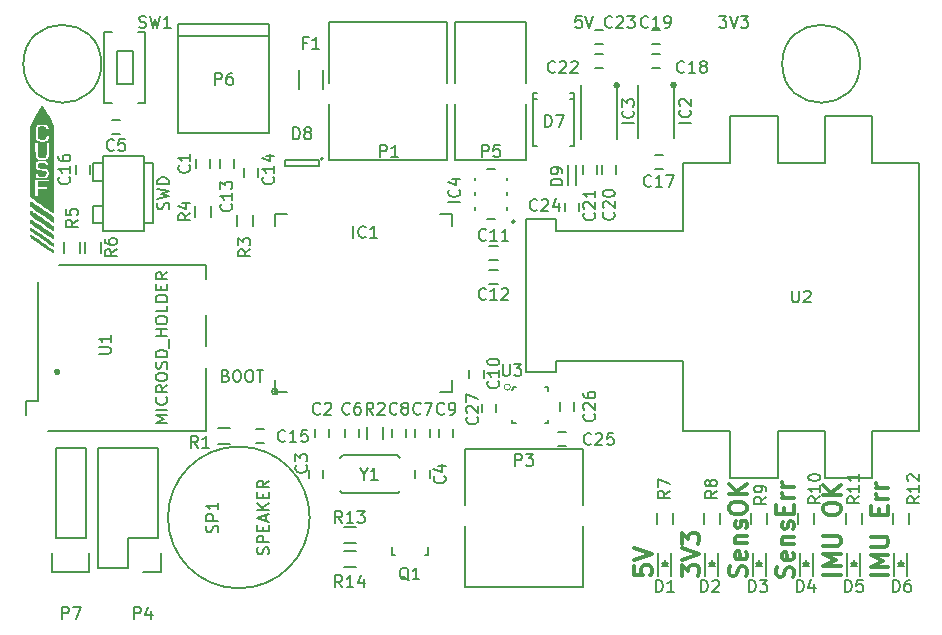
<source format=gto>
G04 #@! TF.FileFunction,Legend,Top*
%FSLAX46Y46*%
G04 Gerber Fmt 4.6, Leading zero omitted, Abs format (unit mm)*
G04 Created by KiCad (PCBNEW 4.0.1-stable) date 20/01/2016 23:37:10*
%MOMM*%
G01*
G04 APERTURE LIST*
%ADD10C,0.100000*%
%ADD11C,0.300000*%
%ADD12C,0.152400*%
%ADD13C,0.150000*%
%ADD14C,0.200000*%
%ADD15C,0.127000*%
G04 APERTURE END LIST*
D10*
D11*
X225928571Y-126071428D02*
X224428571Y-126071428D01*
X225928571Y-125357142D02*
X224428571Y-125357142D01*
X225500000Y-124857142D01*
X224428571Y-124357142D01*
X225928571Y-124357142D01*
X224428571Y-123642856D02*
X225642857Y-123642856D01*
X225785714Y-123571428D01*
X225857143Y-123499999D01*
X225928571Y-123357142D01*
X225928571Y-123071428D01*
X225857143Y-122928570D01*
X225785714Y-122857142D01*
X225642857Y-122785713D01*
X224428571Y-122785713D01*
X225142857Y-120928570D02*
X225142857Y-120428570D01*
X225928571Y-120214284D02*
X225928571Y-120928570D01*
X224428571Y-120928570D01*
X224428571Y-120214284D01*
X225928571Y-119571427D02*
X224928571Y-119571427D01*
X225214286Y-119571427D02*
X225071429Y-119499999D01*
X225000000Y-119428570D01*
X224928571Y-119285713D01*
X224928571Y-119142856D01*
X225928571Y-118642856D02*
X224928571Y-118642856D01*
X225214286Y-118642856D02*
X225071429Y-118571428D01*
X225000000Y-118499999D01*
X224928571Y-118357142D01*
X224928571Y-118214285D01*
X221928571Y-126000000D02*
X220428571Y-126000000D01*
X221928571Y-125285714D02*
X220428571Y-125285714D01*
X221500000Y-124785714D01*
X220428571Y-124285714D01*
X221928571Y-124285714D01*
X220428571Y-123571428D02*
X221642857Y-123571428D01*
X221785714Y-123500000D01*
X221857143Y-123428571D01*
X221928571Y-123285714D01*
X221928571Y-123000000D01*
X221857143Y-122857142D01*
X221785714Y-122785714D01*
X221642857Y-122714285D01*
X220428571Y-122714285D01*
X220428571Y-120571428D02*
X220428571Y-120285714D01*
X220500000Y-120142856D01*
X220642857Y-119999999D01*
X220928571Y-119928571D01*
X221428571Y-119928571D01*
X221714286Y-119999999D01*
X221857143Y-120142856D01*
X221928571Y-120285714D01*
X221928571Y-120571428D01*
X221857143Y-120714285D01*
X221714286Y-120857142D01*
X221428571Y-120928571D01*
X220928571Y-120928571D01*
X220642857Y-120857142D01*
X220500000Y-120714285D01*
X220428571Y-120571428D01*
X221928571Y-119285713D02*
X220428571Y-119285713D01*
X221928571Y-118428570D02*
X221071429Y-119071427D01*
X220428571Y-118428570D02*
X221285714Y-119285713D01*
X217857143Y-126214285D02*
X217928571Y-125999999D01*
X217928571Y-125642856D01*
X217857143Y-125499999D01*
X217785714Y-125428570D01*
X217642857Y-125357142D01*
X217500000Y-125357142D01*
X217357143Y-125428570D01*
X217285714Y-125499999D01*
X217214286Y-125642856D01*
X217142857Y-125928570D01*
X217071429Y-126071428D01*
X217000000Y-126142856D01*
X216857143Y-126214285D01*
X216714286Y-126214285D01*
X216571429Y-126142856D01*
X216500000Y-126071428D01*
X216428571Y-125928570D01*
X216428571Y-125571428D01*
X216500000Y-125357142D01*
X217857143Y-124142857D02*
X217928571Y-124285714D01*
X217928571Y-124571428D01*
X217857143Y-124714285D01*
X217714286Y-124785714D01*
X217142857Y-124785714D01*
X217000000Y-124714285D01*
X216928571Y-124571428D01*
X216928571Y-124285714D01*
X217000000Y-124142857D01*
X217142857Y-124071428D01*
X217285714Y-124071428D01*
X217428571Y-124785714D01*
X216928571Y-123428571D02*
X217928571Y-123428571D01*
X217071429Y-123428571D02*
X217000000Y-123357143D01*
X216928571Y-123214285D01*
X216928571Y-123000000D01*
X217000000Y-122857143D01*
X217142857Y-122785714D01*
X217928571Y-122785714D01*
X217857143Y-122142857D02*
X217928571Y-122000000D01*
X217928571Y-121714285D01*
X217857143Y-121571428D01*
X217714286Y-121500000D01*
X217642857Y-121500000D01*
X217500000Y-121571428D01*
X217428571Y-121714285D01*
X217428571Y-121928571D01*
X217357143Y-122071428D01*
X217214286Y-122142857D01*
X217142857Y-122142857D01*
X217000000Y-122071428D01*
X216928571Y-121928571D01*
X216928571Y-121714285D01*
X217000000Y-121571428D01*
X217142857Y-120857142D02*
X217142857Y-120357142D01*
X217928571Y-120142856D02*
X217928571Y-120857142D01*
X216428571Y-120857142D01*
X216428571Y-120142856D01*
X217928571Y-119499999D02*
X216928571Y-119499999D01*
X217214286Y-119499999D02*
X217071429Y-119428571D01*
X217000000Y-119357142D01*
X216928571Y-119214285D01*
X216928571Y-119071428D01*
X217928571Y-118571428D02*
X216928571Y-118571428D01*
X217214286Y-118571428D02*
X217071429Y-118500000D01*
X217000000Y-118428571D01*
X216928571Y-118285714D01*
X216928571Y-118142857D01*
X213857143Y-126142857D02*
X213928571Y-125928571D01*
X213928571Y-125571428D01*
X213857143Y-125428571D01*
X213785714Y-125357142D01*
X213642857Y-125285714D01*
X213500000Y-125285714D01*
X213357143Y-125357142D01*
X213285714Y-125428571D01*
X213214286Y-125571428D01*
X213142857Y-125857142D01*
X213071429Y-126000000D01*
X213000000Y-126071428D01*
X212857143Y-126142857D01*
X212714286Y-126142857D01*
X212571429Y-126071428D01*
X212500000Y-126000000D01*
X212428571Y-125857142D01*
X212428571Y-125500000D01*
X212500000Y-125285714D01*
X213857143Y-124071429D02*
X213928571Y-124214286D01*
X213928571Y-124500000D01*
X213857143Y-124642857D01*
X213714286Y-124714286D01*
X213142857Y-124714286D01*
X213000000Y-124642857D01*
X212928571Y-124500000D01*
X212928571Y-124214286D01*
X213000000Y-124071429D01*
X213142857Y-124000000D01*
X213285714Y-124000000D01*
X213428571Y-124714286D01*
X212928571Y-123357143D02*
X213928571Y-123357143D01*
X213071429Y-123357143D02*
X213000000Y-123285715D01*
X212928571Y-123142857D01*
X212928571Y-122928572D01*
X213000000Y-122785715D01*
X213142857Y-122714286D01*
X213928571Y-122714286D01*
X213857143Y-122071429D02*
X213928571Y-121928572D01*
X213928571Y-121642857D01*
X213857143Y-121500000D01*
X213714286Y-121428572D01*
X213642857Y-121428572D01*
X213500000Y-121500000D01*
X213428571Y-121642857D01*
X213428571Y-121857143D01*
X213357143Y-122000000D01*
X213214286Y-122071429D01*
X213142857Y-122071429D01*
X213000000Y-122000000D01*
X212928571Y-121857143D01*
X212928571Y-121642857D01*
X213000000Y-121500000D01*
X212428571Y-120500000D02*
X212428571Y-120214286D01*
X212500000Y-120071428D01*
X212642857Y-119928571D01*
X212928571Y-119857143D01*
X213428571Y-119857143D01*
X213714286Y-119928571D01*
X213857143Y-120071428D01*
X213928571Y-120214286D01*
X213928571Y-120500000D01*
X213857143Y-120642857D01*
X213714286Y-120785714D01*
X213428571Y-120857143D01*
X212928571Y-120857143D01*
X212642857Y-120785714D01*
X212500000Y-120642857D01*
X212428571Y-120500000D01*
X213928571Y-119214285D02*
X212428571Y-119214285D01*
X213928571Y-118357142D02*
X213071429Y-118999999D01*
X212428571Y-118357142D02*
X213285714Y-119214285D01*
X208428571Y-126107142D02*
X208428571Y-125178571D01*
X209000000Y-125678571D01*
X209000000Y-125464285D01*
X209071429Y-125321428D01*
X209142857Y-125249999D01*
X209285714Y-125178571D01*
X209642857Y-125178571D01*
X209785714Y-125249999D01*
X209857143Y-125321428D01*
X209928571Y-125464285D01*
X209928571Y-125892857D01*
X209857143Y-126035714D01*
X209785714Y-126107142D01*
X208428571Y-124750000D02*
X209928571Y-124250000D01*
X208428571Y-123750000D01*
X208428571Y-123392857D02*
X208428571Y-122464286D01*
X209000000Y-122964286D01*
X209000000Y-122750000D01*
X209071429Y-122607143D01*
X209142857Y-122535714D01*
X209285714Y-122464286D01*
X209642857Y-122464286D01*
X209785714Y-122535714D01*
X209857143Y-122607143D01*
X209928571Y-122750000D01*
X209928571Y-123178572D01*
X209857143Y-123321429D01*
X209785714Y-123392857D01*
X204428571Y-125285713D02*
X204428571Y-125999999D01*
X205142857Y-126071428D01*
X205071429Y-125999999D01*
X205000000Y-125857142D01*
X205000000Y-125499999D01*
X205071429Y-125357142D01*
X205142857Y-125285713D01*
X205285714Y-125214285D01*
X205642857Y-125214285D01*
X205785714Y-125285713D01*
X205857143Y-125357142D01*
X205928571Y-125499999D01*
X205928571Y-125857142D01*
X205857143Y-125999999D01*
X205785714Y-126071428D01*
X204428571Y-124785714D02*
X205928571Y-124285714D01*
X204428571Y-123785714D01*
D12*
X228546798Y-113865622D02*
X228546798Y-91158022D01*
X228546798Y-113865622D02*
X224533598Y-113865622D01*
X224533598Y-113865622D02*
X224533598Y-117853422D01*
X224533598Y-117853422D02*
X220545798Y-117853422D01*
X220545798Y-117853422D02*
X220545798Y-113865622D01*
X220545798Y-113865622D02*
X216557998Y-113865622D01*
X216557998Y-113865622D02*
X216557998Y-117853422D01*
X216557998Y-117853422D02*
X212570198Y-117853422D01*
X212570198Y-117853422D02*
X212570198Y-113865622D01*
X212570198Y-113865622D02*
X208556998Y-113865622D01*
X228546798Y-91158022D02*
X224533598Y-91158022D01*
X224533598Y-91158022D02*
X224533598Y-87170222D01*
X224533598Y-87170222D02*
X220545798Y-87170222D01*
X220545798Y-87170222D02*
X220545798Y-91158022D01*
X220545798Y-91158022D02*
X216557998Y-91158022D01*
X216557998Y-91158022D02*
X216557998Y-87170222D01*
X216557998Y-87170222D02*
X212570198Y-87170222D01*
X212570198Y-87170222D02*
X212570198Y-91158022D01*
X212570198Y-91158022D02*
X208556998Y-91158022D01*
X208556998Y-113865622D02*
X208556998Y-107896622D01*
X208556998Y-107896622D02*
X197761998Y-107896622D01*
X197761998Y-107896622D02*
X197761998Y-108887222D01*
X197761998Y-108887222D02*
X195221998Y-108887222D01*
X195221998Y-108887222D02*
X195221998Y-95907822D01*
X195221998Y-95907822D02*
X197761998Y-95907822D01*
X197761998Y-95907822D02*
X197761998Y-96898422D01*
X197761998Y-96898422D02*
X208556998Y-96898422D01*
X208556998Y-96898422D02*
X208556998Y-91158022D01*
D13*
X155748000Y-99822000D02*
X168148000Y-99822000D01*
X153948000Y-101222000D02*
X153948000Y-111322000D01*
X168148000Y-100972000D02*
X168148000Y-99822000D01*
X168148000Y-106672000D02*
X168148000Y-104022000D01*
X168148000Y-113822000D02*
X168148000Y-108472000D01*
X168148000Y-113822000D02*
X154748000Y-113822000D01*
X152948000Y-111322000D02*
X152948000Y-112522000D01*
X155748000Y-108822000D02*
G75*
G03X155748000Y-108822000I-200000J0D01*
G01*
X155648000Y-108822000D02*
G75*
G03X155648000Y-108822000I-100000J0D01*
G01*
X152948000Y-111322000D02*
X153948000Y-111322000D01*
X168148000Y-99822000D02*
X168048000Y-99822000D01*
X167294000Y-91536000D02*
X167294000Y-90836000D01*
X168494000Y-90836000D02*
X168494000Y-91536000D01*
X178600000Y-113650000D02*
X178600000Y-114350000D01*
X177400000Y-114350000D02*
X177400000Y-113650000D01*
X176900000Y-117850000D02*
X176900000Y-117150000D01*
X178100000Y-117150000D02*
X178100000Y-117850000D01*
X185900000Y-117850000D02*
X185900000Y-117150000D01*
X187100000Y-117150000D02*
X187100000Y-117850000D01*
X160878000Y-88738000D02*
X160178000Y-88738000D01*
X160178000Y-87538000D02*
X160878000Y-87538000D01*
X181100000Y-113650000D02*
X181100000Y-114350000D01*
X179900000Y-114350000D02*
X179900000Y-113650000D01*
X187100000Y-113650000D02*
X187100000Y-114350000D01*
X185900000Y-114350000D02*
X185900000Y-113650000D01*
X185100000Y-113650000D02*
X185100000Y-114350000D01*
X183900000Y-114350000D02*
X183900000Y-113650000D01*
X189100000Y-113650000D02*
X189100000Y-114350000D01*
X187900000Y-114350000D02*
X187900000Y-113650000D01*
X191671500Y-108679500D02*
X191671500Y-109379500D01*
X190471500Y-109379500D02*
X190471500Y-108679500D01*
X192150000Y-98178000D02*
X192850000Y-98178000D01*
X192850000Y-99378000D02*
X192150000Y-99378000D01*
X192150000Y-100178000D02*
X192850000Y-100178000D01*
X192850000Y-101378000D02*
X192150000Y-101378000D01*
X169326000Y-91536000D02*
X169326000Y-90836000D01*
X170526000Y-90836000D02*
X170526000Y-91536000D01*
X171358000Y-92298000D02*
X171358000Y-91598000D01*
X172558000Y-91598000D02*
X172558000Y-92298000D01*
X173070000Y-114900000D02*
X172370000Y-114900000D01*
X172370000Y-113700000D02*
X173070000Y-113700000D01*
X158334000Y-91344000D02*
X158334000Y-92044000D01*
X157134000Y-92044000D02*
X157134000Y-91344000D01*
X206858000Y-91647000D02*
X206158000Y-91647000D01*
X206158000Y-90447000D02*
X206858000Y-90447000D01*
X206598000Y-83150000D02*
X205898000Y-83150000D01*
X205898000Y-81950000D02*
X206598000Y-81950000D01*
X206598000Y-81118000D02*
X205898000Y-81118000D01*
X205898000Y-79918000D02*
X206598000Y-79918000D01*
X202911000Y-91344000D02*
X202911000Y-92044000D01*
X201711000Y-92044000D02*
X201711000Y-91344000D01*
X200060000Y-92044000D02*
X200060000Y-91344000D01*
X201260000Y-91344000D02*
X201260000Y-92044000D01*
X201772000Y-83150000D02*
X201072000Y-83150000D01*
X201072000Y-81950000D02*
X201772000Y-81950000D01*
X201772000Y-81118000D02*
X201072000Y-81118000D01*
X201072000Y-79918000D02*
X201772000Y-79918000D01*
X198536000Y-95219000D02*
X198536000Y-94519000D01*
X199736000Y-94519000D02*
X199736000Y-95219000D01*
X207550000Y-126100000D02*
X207550000Y-124200000D01*
X206450000Y-126100000D02*
X206450000Y-124200000D01*
X207000000Y-125200000D02*
X207000000Y-124750000D01*
X206750000Y-125250000D02*
X207250000Y-125250000D01*
X207000000Y-125250000D02*
X206750000Y-125000000D01*
X206750000Y-125000000D02*
X207250000Y-125000000D01*
X207250000Y-125000000D02*
X207000000Y-125250000D01*
X211550000Y-126100000D02*
X211550000Y-124200000D01*
X210450000Y-126100000D02*
X210450000Y-124200000D01*
X211000000Y-125200000D02*
X211000000Y-124750000D01*
X210750000Y-125250000D02*
X211250000Y-125250000D01*
X211000000Y-125250000D02*
X210750000Y-125000000D01*
X210750000Y-125000000D02*
X211250000Y-125000000D01*
X211250000Y-125000000D02*
X211000000Y-125250000D01*
X215550000Y-126100000D02*
X215550000Y-124200000D01*
X214450000Y-126100000D02*
X214450000Y-124200000D01*
X215000000Y-125200000D02*
X215000000Y-124750000D01*
X214750000Y-125250000D02*
X215250000Y-125250000D01*
X215000000Y-125250000D02*
X214750000Y-125000000D01*
X214750000Y-125000000D02*
X215250000Y-125000000D01*
X215250000Y-125000000D02*
X215000000Y-125250000D01*
X219550000Y-126100000D02*
X219550000Y-124200000D01*
X218450000Y-126100000D02*
X218450000Y-124200000D01*
X219000000Y-125200000D02*
X219000000Y-124750000D01*
X218750000Y-125250000D02*
X219250000Y-125250000D01*
X219000000Y-125250000D02*
X218750000Y-125000000D01*
X218750000Y-125000000D02*
X219250000Y-125000000D01*
X219250000Y-125000000D02*
X219000000Y-125250000D01*
X223550000Y-126100000D02*
X223550000Y-124200000D01*
X222450000Y-126100000D02*
X222450000Y-124200000D01*
X223000000Y-125200000D02*
X223000000Y-124750000D01*
X222750000Y-125250000D02*
X223250000Y-125250000D01*
X223000000Y-125250000D02*
X222750000Y-125000000D01*
X222750000Y-125000000D02*
X223250000Y-125000000D01*
X223250000Y-125000000D02*
X223000000Y-125250000D01*
X227550000Y-126100000D02*
X227550000Y-124200000D01*
X226450000Y-126100000D02*
X226450000Y-124200000D01*
X227000000Y-125200000D02*
X227000000Y-124750000D01*
X226750000Y-125250000D02*
X227250000Y-125250000D01*
X227000000Y-125250000D02*
X226750000Y-125000000D01*
X226750000Y-125000000D02*
X227250000Y-125000000D01*
X227250000Y-125000000D02*
X227000000Y-125250000D01*
X195861940Y-85703860D02*
X196212460Y-85703860D01*
X199362060Y-85703860D02*
X199011540Y-85703860D01*
X195861940Y-89753440D02*
X196212460Y-89753440D01*
X195861940Y-85252560D02*
X196212460Y-85252560D01*
X199362060Y-85252560D02*
X199011540Y-85252560D01*
X199362060Y-89753440D02*
X199011540Y-89753440D01*
X195861940Y-85252560D02*
X195861940Y-89753440D01*
X199362060Y-85252560D02*
X199362060Y-89753440D01*
X178076000Y-90786000D02*
G75*
G03X178076000Y-90786000I-100000J0D01*
G01*
X177726000Y-91436000D02*
X177726000Y-90936000D01*
X174826000Y-91436000D02*
X177726000Y-91436000D01*
X174826000Y-90936000D02*
X174826000Y-91436000D01*
X177726000Y-90936000D02*
X174826000Y-90936000D01*
X174250000Y-110500000D02*
G75*
G03X174250000Y-110500000I-250000J0D01*
G01*
X174111803Y-110500000D02*
G75*
G03X174111803Y-110500000I-111803J0D01*
G01*
X175000000Y-95500000D02*
X174000000Y-95500000D01*
X174000000Y-95500000D02*
X174000000Y-96500000D01*
X188000000Y-95500000D02*
X189000000Y-95500000D01*
X189000000Y-95500000D02*
X189000000Y-96500000D01*
X188000000Y-110500000D02*
X189000000Y-110500000D01*
X189000000Y-110500000D02*
X189000000Y-109500000D01*
X174000000Y-109500000D02*
X174000000Y-110500000D01*
X174000000Y-110500000D02*
X175000000Y-110500000D01*
X207958000Y-84547000D02*
G75*
G03X207958000Y-84547000I-200000J0D01*
G01*
X207858000Y-84547000D02*
G75*
G03X207858000Y-84547000I-100000J0D01*
G01*
X204758000Y-84547000D02*
X204758000Y-89047000D01*
X207758000Y-84547000D02*
X207758000Y-89047000D01*
X203138000Y-84582000D02*
G75*
G03X203138000Y-84582000I-200000J0D01*
G01*
X203038000Y-84582000D02*
G75*
G03X203038000Y-84582000I-100000J0D01*
G01*
X199938000Y-84582000D02*
X199938000Y-89082000D01*
X202938000Y-84582000D02*
X202938000Y-89082000D01*
X194321000Y-96131000D02*
G75*
G03X194321000Y-96131000I-150000J0D01*
G01*
X194221000Y-96131000D02*
G75*
G03X194221000Y-96131000I-50000J0D01*
G01*
X192671000Y-95881000D02*
X191921000Y-95881000D01*
X190921000Y-94881000D02*
X190921000Y-95131000D01*
X190921000Y-93631000D02*
X190921000Y-93881000D01*
X190921000Y-92381000D02*
X190921000Y-92631000D01*
X192671000Y-91631000D02*
X191921000Y-91631000D01*
X193671000Y-92631000D02*
X193671000Y-92381000D01*
X193671000Y-93881000D02*
X193671000Y-93631000D01*
X193671000Y-95131000D02*
X193671000Y-94881000D01*
D14*
X188594000Y-79176000D02*
X178594000Y-79176000D01*
X188594000Y-84376000D02*
X188594000Y-79176000D01*
X188594000Y-90876000D02*
X188594000Y-86176000D01*
X178594000Y-90876000D02*
X188594000Y-90876000D01*
X178594000Y-86176000D02*
X178594000Y-90876000D01*
X178594000Y-79176000D02*
X178594000Y-84376000D01*
D13*
X159448500Y-96266000D02*
X158623000Y-96266000D01*
X158623000Y-96266000D02*
X158623000Y-94805500D01*
X158623000Y-94805500D02*
X159448500Y-94805500D01*
X159448500Y-91186000D02*
X158623000Y-91186000D01*
X158623000Y-91186000D02*
X158623000Y-92646500D01*
X158623000Y-92646500D02*
X159448500Y-92646500D01*
X162877500Y-91186000D02*
X163703000Y-91186000D01*
X163703000Y-91186000D02*
X163703000Y-96266000D01*
X163703000Y-96266000D02*
X162877500Y-96266000D01*
X162877500Y-93726000D02*
X162877500Y-96901000D01*
X162877500Y-96901000D02*
X159448500Y-96901000D01*
X159448500Y-96901000D02*
X159448500Y-90551000D01*
X159448500Y-90551000D02*
X162877500Y-90551000D01*
X162877500Y-90551000D02*
X162877500Y-93726000D01*
D14*
X190120000Y-127072000D02*
X200120000Y-127072000D01*
X190120000Y-121872000D02*
X190120000Y-127072000D01*
X190120000Y-115372000D02*
X190120000Y-120072000D01*
X200120000Y-115372000D02*
X190120000Y-115372000D01*
X200120000Y-120072000D02*
X200120000Y-115372000D01*
X200120000Y-127072000D02*
X200120000Y-121872000D01*
D13*
X173512640Y-80400820D02*
X165811360Y-80400820D01*
X173512640Y-79400060D02*
X165811360Y-79400060D01*
X165811360Y-79400060D02*
X165811360Y-88599940D01*
X165811360Y-88599940D02*
X173512640Y-88599940D01*
X173512640Y-88599940D02*
X173512640Y-79400060D01*
X184120840Y-124348240D02*
X184169100Y-124348240D01*
X186919820Y-123647200D02*
X186919820Y-124348240D01*
X186919820Y-124348240D02*
X186670900Y-124348240D01*
X184120840Y-124348240D02*
X183920180Y-124348240D01*
X183920180Y-124348240D02*
X183920180Y-123647200D01*
X169172000Y-113625000D02*
X170172000Y-113625000D01*
X170172000Y-114975000D02*
X169172000Y-114975000D01*
X181825000Y-114500000D02*
X181825000Y-113500000D01*
X183175000Y-113500000D02*
X183175000Y-114500000D01*
X170775000Y-96512000D02*
X170775000Y-95512000D01*
X172125000Y-95512000D02*
X172125000Y-96512000D01*
X167219000Y-95750000D02*
X167219000Y-94750000D01*
X168569000Y-94750000D02*
X168569000Y-95750000D01*
X156170000Y-98798000D02*
X156170000Y-97798000D01*
X157520000Y-97798000D02*
X157520000Y-98798000D01*
X157948000Y-98798000D02*
X157948000Y-97798000D01*
X159298000Y-97798000D02*
X159298000Y-98798000D01*
X207675000Y-120750000D02*
X207675000Y-121750000D01*
X206325000Y-121750000D02*
X206325000Y-120750000D01*
X211675000Y-120750000D02*
X211675000Y-121750000D01*
X210325000Y-121750000D02*
X210325000Y-120750000D01*
X215675000Y-120750000D02*
X215675000Y-121750000D01*
X214325000Y-121750000D02*
X214325000Y-120750000D01*
X219675000Y-120750000D02*
X219675000Y-121750000D01*
X218325000Y-121750000D02*
X218325000Y-120750000D01*
X223675000Y-120750000D02*
X223675000Y-121750000D01*
X222325000Y-121750000D02*
X222325000Y-120750000D01*
X227675000Y-120750000D02*
X227675000Y-121750000D01*
X226325000Y-121750000D02*
X226325000Y-120750000D01*
X179840000Y-122007000D02*
X180840000Y-122007000D01*
X180840000Y-123357000D02*
X179840000Y-123357000D01*
X179840000Y-124039000D02*
X180840000Y-124039000D01*
X180840000Y-125389000D02*
X179840000Y-125389000D01*
X176942000Y-121158000D02*
G75*
G03X176942000Y-121158000I-6000000J0D01*
G01*
X161990000Y-81658000D02*
X161990000Y-84458000D01*
X161990000Y-84458000D02*
X160590000Y-84458000D01*
X160590000Y-84458000D02*
X160590000Y-81658000D01*
X160590000Y-81658000D02*
X161990000Y-81658000D01*
X163040000Y-86058000D02*
X162390000Y-86058000D01*
X159540000Y-86058000D02*
X160190000Y-86058000D01*
X160190000Y-80058000D02*
X159540000Y-80058000D01*
X163040000Y-80058000D02*
X162390000Y-80058000D01*
X163040000Y-86058000D02*
X163040000Y-80058000D01*
X159540000Y-80058000D02*
X159540000Y-86058000D01*
X179750000Y-115900000D02*
X184350000Y-115900000D01*
X184550000Y-116100000D02*
X184350000Y-115900000D01*
X179550000Y-116100000D02*
X179750000Y-115900000D01*
X179700000Y-119100000D02*
X184400000Y-119100000D01*
X179550000Y-118900000D02*
X179700000Y-119100000D01*
X184550000Y-118900000D02*
X184400000Y-119100000D01*
X199486000Y-93010000D02*
X199486000Y-91310000D01*
X198786000Y-93010000D02*
X198786000Y-91310000D01*
X178038000Y-84874000D02*
X178038000Y-83274000D01*
X176038000Y-84874000D02*
X176038000Y-83274000D01*
D14*
X195262000Y-79176000D02*
X189262000Y-79176000D01*
X195262000Y-84376000D02*
X195262000Y-79176000D01*
X195262000Y-90876000D02*
X195262000Y-86176000D01*
X189262000Y-90876000D02*
X195262000Y-90876000D01*
X189262000Y-86176000D02*
X189262000Y-90876000D01*
X189262000Y-79176000D02*
X189262000Y-84376000D01*
D13*
X157988000Y-122936000D02*
X157988000Y-115316000D01*
X155448000Y-122936000D02*
X155448000Y-115316000D01*
X155168000Y-125756000D02*
X155168000Y-124206000D01*
X157988000Y-115316000D02*
X155448000Y-115316000D01*
X155448000Y-122936000D02*
X157988000Y-122936000D01*
X158268000Y-124206000D02*
X158268000Y-125756000D01*
X158268000Y-125756000D02*
X155168000Y-125756000D01*
X164084000Y-122936000D02*
X164084000Y-115316000D01*
X164084000Y-115316000D02*
X159004000Y-115316000D01*
X159004000Y-115316000D02*
X159004000Y-125476000D01*
X159004000Y-125476000D02*
X161544000Y-125476000D01*
X162814000Y-125756000D02*
X164364000Y-125756000D01*
X161544000Y-125476000D02*
X161544000Y-122936000D01*
X161544000Y-122936000D02*
X164084000Y-122936000D01*
X164364000Y-125756000D02*
X164364000Y-124206000D01*
X198660500Y-115090500D02*
X197960500Y-115090500D01*
X197960500Y-113890500D02*
X198660500Y-113890500D01*
X199355000Y-111410000D02*
X199355000Y-112110000D01*
X198155000Y-112110000D02*
X198155000Y-111410000D01*
X191551000Y-112237000D02*
X191551000Y-111537000D01*
X192751000Y-111537000D02*
X192751000Y-112237000D01*
D10*
X193929000Y-110128000D02*
G75*
G03X193929000Y-110128000I-254000J0D01*
G01*
D15*
X194380000Y-113133000D02*
X194080000Y-113133000D01*
X194080000Y-113133000D02*
X194080000Y-112933000D01*
X196880000Y-113133000D02*
X197080000Y-113133000D01*
X197080000Y-113133000D02*
X197080000Y-112933000D01*
X197080000Y-110433000D02*
X197080000Y-110133000D01*
X197080000Y-110133000D02*
X196880000Y-110133000D01*
X194380000Y-110133000D02*
X194280000Y-110133000D01*
X194280000Y-110133000D02*
X194080000Y-110333000D01*
D13*
X223550000Y-82750000D02*
G75*
G03X223550000Y-82750000I-3300000J0D01*
G01*
X159300000Y-82750000D02*
G75*
G03X159300000Y-82750000I-3300000J0D01*
G01*
D10*
G36*
X155245736Y-98638875D02*
X155243366Y-98687746D01*
X155222523Y-98718489D01*
X155204842Y-98723000D01*
X155180121Y-98711207D01*
X155124208Y-98677355D01*
X155040543Y-98623733D01*
X154932563Y-98552633D01*
X154803707Y-98466343D01*
X154657414Y-98367155D01*
X154497121Y-98257357D01*
X154326267Y-98139240D01*
X154278800Y-98106240D01*
X154104527Y-97984672D01*
X153939338Y-97868944D01*
X153786790Y-97761580D01*
X153650440Y-97665108D01*
X153533844Y-97582054D01*
X153440559Y-97514943D01*
X153374142Y-97466302D01*
X153338149Y-97438657D01*
X153334542Y-97435530D01*
X153288296Y-97373875D01*
X153276334Y-97308989D01*
X153279800Y-97260576D01*
X153295620Y-97243531D01*
X153324288Y-97245565D01*
X153348883Y-97258810D01*
X153404107Y-97293668D01*
X153485971Y-97347387D01*
X153590488Y-97417211D01*
X153713669Y-97500388D01*
X153851526Y-97594163D01*
X154000070Y-97695783D01*
X154155314Y-97802495D01*
X154313270Y-97911543D01*
X154469948Y-98020175D01*
X154621361Y-98125637D01*
X154763521Y-98225175D01*
X154892440Y-98316035D01*
X155004128Y-98395464D01*
X155094598Y-98460707D01*
X155159862Y-98509012D01*
X155195932Y-98537623D01*
X155197209Y-98538770D01*
X155230170Y-98584882D01*
X155245736Y-98638875D01*
X155245736Y-98638875D01*
X155245736Y-98638875D01*
G37*
X155245736Y-98638875D02*
X155243366Y-98687746D01*
X155222523Y-98718489D01*
X155204842Y-98723000D01*
X155180121Y-98711207D01*
X155124208Y-98677355D01*
X155040543Y-98623733D01*
X154932563Y-98552633D01*
X154803707Y-98466343D01*
X154657414Y-98367155D01*
X154497121Y-98257357D01*
X154326267Y-98139240D01*
X154278800Y-98106240D01*
X154104527Y-97984672D01*
X153939338Y-97868944D01*
X153786790Y-97761580D01*
X153650440Y-97665108D01*
X153533844Y-97582054D01*
X153440559Y-97514943D01*
X153374142Y-97466302D01*
X153338149Y-97438657D01*
X153334542Y-97435530D01*
X153288296Y-97373875D01*
X153276334Y-97308989D01*
X153279800Y-97260576D01*
X153295620Y-97243531D01*
X153324288Y-97245565D01*
X153348883Y-97258810D01*
X153404107Y-97293668D01*
X153485971Y-97347387D01*
X153590488Y-97417211D01*
X153713669Y-97500388D01*
X153851526Y-97594163D01*
X154000070Y-97695783D01*
X154155314Y-97802495D01*
X154313270Y-97911543D01*
X154469948Y-98020175D01*
X154621361Y-98125637D01*
X154763521Y-98225175D01*
X154892440Y-98316035D01*
X155004128Y-98395464D01*
X155094598Y-98460707D01*
X155159862Y-98509012D01*
X155195932Y-98537623D01*
X155197209Y-98538770D01*
X155230170Y-98584882D01*
X155245736Y-98638875D01*
X155245736Y-98638875D01*
G36*
X155246748Y-98094801D02*
X155233434Y-98136726D01*
X155207253Y-98151500D01*
X155183072Y-98139695D01*
X155127671Y-98105795D01*
X155044447Y-98052075D01*
X154936797Y-97980809D01*
X154808118Y-97894270D01*
X154661806Y-97794732D01*
X154501259Y-97684469D01*
X154329873Y-97565756D01*
X154270628Y-97524494D01*
X154095603Y-97402236D01*
X153930001Y-97286186D01*
X153777289Y-97178802D01*
X153640936Y-97082539D01*
X153524410Y-96999853D01*
X153431180Y-96933202D01*
X153364714Y-96885041D01*
X153328480Y-96857826D01*
X153323959Y-96854055D01*
X153294669Y-96810728D01*
X153277541Y-96753450D01*
X153273346Y-96695206D01*
X153282852Y-96648978D01*
X153306834Y-96627751D01*
X153310508Y-96627500D01*
X153333315Y-96639257D01*
X153386766Y-96672714D01*
X153466927Y-96725147D01*
X153569864Y-96793835D01*
X153691641Y-96876054D01*
X153828326Y-96969082D01*
X153975982Y-97070196D01*
X154130677Y-97176674D01*
X154288476Y-97285792D01*
X154445444Y-97394828D01*
X154597647Y-97501060D01*
X154741151Y-97601765D01*
X154872021Y-97694219D01*
X154986324Y-97775701D01*
X155080124Y-97843488D01*
X155149488Y-97894856D01*
X155190480Y-97927085D01*
X155197209Y-97933151D01*
X155228047Y-97980230D01*
X155244756Y-98038374D01*
X155246748Y-98094801D01*
X155246748Y-98094801D01*
X155246748Y-98094801D01*
G37*
X155246748Y-98094801D02*
X155233434Y-98136726D01*
X155207253Y-98151500D01*
X155183072Y-98139695D01*
X155127671Y-98105795D01*
X155044447Y-98052075D01*
X154936797Y-97980809D01*
X154808118Y-97894270D01*
X154661806Y-97794732D01*
X154501259Y-97684469D01*
X154329873Y-97565756D01*
X154270628Y-97524494D01*
X154095603Y-97402236D01*
X153930001Y-97286186D01*
X153777289Y-97178802D01*
X153640936Y-97082539D01*
X153524410Y-96999853D01*
X153431180Y-96933202D01*
X153364714Y-96885041D01*
X153328480Y-96857826D01*
X153323959Y-96854055D01*
X153294669Y-96810728D01*
X153277541Y-96753450D01*
X153273346Y-96695206D01*
X153282852Y-96648978D01*
X153306834Y-96627751D01*
X153310508Y-96627500D01*
X153333315Y-96639257D01*
X153386766Y-96672714D01*
X153466927Y-96725147D01*
X153569864Y-96793835D01*
X153691641Y-96876054D01*
X153828326Y-96969082D01*
X153975982Y-97070196D01*
X154130677Y-97176674D01*
X154288476Y-97285792D01*
X154445444Y-97394828D01*
X154597647Y-97501060D01*
X154741151Y-97601765D01*
X154872021Y-97694219D01*
X154986324Y-97775701D01*
X155080124Y-97843488D01*
X155149488Y-97894856D01*
X155190480Y-97927085D01*
X155197209Y-97933151D01*
X155228047Y-97980230D01*
X155244756Y-98038374D01*
X155246748Y-98094801D01*
X155246748Y-98094801D01*
G36*
X155244834Y-97425960D02*
X155242604Y-97492050D01*
X155233617Y-97525823D01*
X155214423Y-97537161D01*
X155205856Y-97537667D01*
X155181394Y-97525859D01*
X155125726Y-97491954D01*
X155042258Y-97438228D01*
X154934395Y-97366958D01*
X154805543Y-97280421D01*
X154659109Y-97180891D01*
X154498499Y-97070647D01*
X154327118Y-96951965D01*
X154269231Y-96911651D01*
X154094292Y-96789432D01*
X153928747Y-96673358D01*
X153776074Y-96565897D01*
X153639748Y-96469514D01*
X153523246Y-96386676D01*
X153430046Y-96319850D01*
X153363623Y-96271503D01*
X153327456Y-96244102D01*
X153323038Y-96240346D01*
X153294389Y-96206540D01*
X153281232Y-96165392D01*
X153279624Y-96101774D01*
X153280705Y-96077904D01*
X153286162Y-96010443D01*
X153296180Y-95975413D01*
X153315065Y-95962911D01*
X153331081Y-95962059D01*
X153356579Y-95974166D01*
X153412554Y-96008120D01*
X153495032Y-96061161D01*
X153600040Y-96130532D01*
X153723606Y-96213472D01*
X153861756Y-96307225D01*
X154010519Y-96409030D01*
X154165920Y-96516130D01*
X154323989Y-96625765D01*
X154480751Y-96735178D01*
X154632233Y-96841609D01*
X154774464Y-96942300D01*
X154903471Y-97034492D01*
X155015280Y-97115426D01*
X155105919Y-97182344D01*
X155171415Y-97232487D01*
X155207795Y-97263097D01*
X155213054Y-97268881D01*
X155233116Y-97320395D01*
X155243914Y-97395912D01*
X155244834Y-97425960D01*
X155244834Y-97425960D01*
X155244834Y-97425960D01*
G37*
X155244834Y-97425960D02*
X155242604Y-97492050D01*
X155233617Y-97525823D01*
X155214423Y-97537161D01*
X155205856Y-97537667D01*
X155181394Y-97525859D01*
X155125726Y-97491954D01*
X155042258Y-97438228D01*
X154934395Y-97366958D01*
X154805543Y-97280421D01*
X154659109Y-97180891D01*
X154498499Y-97070647D01*
X154327118Y-96951965D01*
X154269231Y-96911651D01*
X154094292Y-96789432D01*
X153928747Y-96673358D01*
X153776074Y-96565897D01*
X153639748Y-96469514D01*
X153523246Y-96386676D01*
X153430046Y-96319850D01*
X153363623Y-96271503D01*
X153327456Y-96244102D01*
X153323038Y-96240346D01*
X153294389Y-96206540D01*
X153281232Y-96165392D01*
X153279624Y-96101774D01*
X153280705Y-96077904D01*
X153286162Y-96010443D01*
X153296180Y-95975413D01*
X153315065Y-95962911D01*
X153331081Y-95962059D01*
X153356579Y-95974166D01*
X153412554Y-96008120D01*
X153495032Y-96061161D01*
X153600040Y-96130532D01*
X153723606Y-96213472D01*
X153861756Y-96307225D01*
X154010519Y-96409030D01*
X154165920Y-96516130D01*
X154323989Y-96625765D01*
X154480751Y-96735178D01*
X154632233Y-96841609D01*
X154774464Y-96942300D01*
X154903471Y-97034492D01*
X155015280Y-97115426D01*
X155105919Y-97182344D01*
X155171415Y-97232487D01*
X155207795Y-97263097D01*
X155213054Y-97268881D01*
X155233116Y-97320395D01*
X155243914Y-97395912D01*
X155244834Y-97425960D01*
X155244834Y-97425960D01*
G36*
X155242199Y-96613405D02*
X155240412Y-96689997D01*
X155240400Y-96690272D01*
X155234093Y-96770389D01*
X155222762Y-96815715D01*
X155204411Y-96833683D01*
X155201719Y-96834339D01*
X155178535Y-96823757D01*
X155124105Y-96791054D01*
X155041802Y-96738476D01*
X154935000Y-96668269D01*
X154807070Y-96582678D01*
X154661387Y-96483947D01*
X154501323Y-96374322D01*
X154330250Y-96256048D01*
X154270386Y-96214408D01*
X154095256Y-96092031D01*
X153929565Y-95975523D01*
X153776790Y-95867378D01*
X153640408Y-95770093D01*
X153523895Y-95686161D01*
X153430728Y-95618078D01*
X153364383Y-95568339D01*
X153328338Y-95539438D01*
X153323959Y-95535211D01*
X153295110Y-95493263D01*
X153280573Y-95440578D01*
X153276347Y-95362070D01*
X153276334Y-95355655D01*
X153281688Y-95271067D01*
X153299559Y-95224355D01*
X153332654Y-95212216D01*
X153379906Y-95229290D01*
X153411414Y-95249033D01*
X153473029Y-95290191D01*
X153560602Y-95349854D01*
X153669985Y-95425113D01*
X153797028Y-95513058D01*
X153937584Y-95610780D01*
X154087504Y-95715370D01*
X154242638Y-95823918D01*
X154398839Y-95933514D01*
X154551958Y-96041250D01*
X154697845Y-96144215D01*
X154832353Y-96239501D01*
X154951334Y-96324198D01*
X155050637Y-96395396D01*
X155126115Y-96450187D01*
X155173619Y-96485661D01*
X155187483Y-96496937D01*
X155219553Y-96530826D01*
X155236519Y-96564998D01*
X155242199Y-96613405D01*
X155242199Y-96613405D01*
X155242199Y-96613405D01*
G37*
X155242199Y-96613405D02*
X155240412Y-96689997D01*
X155240400Y-96690272D01*
X155234093Y-96770389D01*
X155222762Y-96815715D01*
X155204411Y-96833683D01*
X155201719Y-96834339D01*
X155178535Y-96823757D01*
X155124105Y-96791054D01*
X155041802Y-96738476D01*
X154935000Y-96668269D01*
X154807070Y-96582678D01*
X154661387Y-96483947D01*
X154501323Y-96374322D01*
X154330250Y-96256048D01*
X154270386Y-96214408D01*
X154095256Y-96092031D01*
X153929565Y-95975523D01*
X153776790Y-95867378D01*
X153640408Y-95770093D01*
X153523895Y-95686161D01*
X153430728Y-95618078D01*
X153364383Y-95568339D01*
X153328338Y-95539438D01*
X153323959Y-95535211D01*
X153295110Y-95493263D01*
X153280573Y-95440578D01*
X153276347Y-95362070D01*
X153276334Y-95355655D01*
X153281688Y-95271067D01*
X153299559Y-95224355D01*
X153332654Y-95212216D01*
X153379906Y-95229290D01*
X153411414Y-95249033D01*
X153473029Y-95290191D01*
X153560602Y-95349854D01*
X153669985Y-95425113D01*
X153797028Y-95513058D01*
X153937584Y-95610780D01*
X154087504Y-95715370D01*
X154242638Y-95823918D01*
X154398839Y-95933514D01*
X154551958Y-96041250D01*
X154697845Y-96144215D01*
X154832353Y-96239501D01*
X154951334Y-96324198D01*
X155050637Y-96395396D01*
X155126115Y-96450187D01*
X155173619Y-96485661D01*
X155187483Y-96496937D01*
X155219553Y-96530826D01*
X155236519Y-96564998D01*
X155242199Y-96613405D01*
X155242199Y-96613405D01*
G36*
X155242455Y-95863004D02*
X155240416Y-95931445D01*
X155234431Y-96021917D01*
X155224470Y-96084698D01*
X155211685Y-96112798D01*
X155210424Y-96113391D01*
X155183054Y-96105780D01*
X155131077Y-96078623D01*
X155064195Y-96037173D01*
X155041091Y-96021655D01*
X154833644Y-95879206D01*
X154627312Y-95736717D01*
X154425343Y-95596486D01*
X154230983Y-95460811D01*
X154047481Y-95331988D01*
X153878083Y-95212316D01*
X153726037Y-95104091D01*
X153594590Y-95009612D01*
X153486990Y-94931175D01*
X153406484Y-94871078D01*
X153356320Y-94831619D01*
X153345125Y-94821796D01*
X153310428Y-94786494D01*
X153289927Y-94753934D01*
X153279898Y-94711636D01*
X153276615Y-94647124D01*
X153276334Y-94591348D01*
X153277070Y-94508540D01*
X153280955Y-94459385D01*
X153290499Y-94435205D01*
X153308213Y-94427325D01*
X153323959Y-94426812D01*
X153348170Y-94438643D01*
X153403016Y-94472108D01*
X153484510Y-94524471D01*
X153588671Y-94593000D01*
X153711514Y-94674959D01*
X153849055Y-94767614D01*
X153997312Y-94868231D01*
X154152301Y-94974075D01*
X154310037Y-95082413D01*
X154466538Y-95190509D01*
X154617820Y-95295630D01*
X154759899Y-95395042D01*
X154888791Y-95486008D01*
X155000514Y-95565797D01*
X155091083Y-95631672D01*
X155156515Y-95680900D01*
X155187500Y-95705949D01*
X155216549Y-95733609D01*
X155233641Y-95761543D01*
X155241400Y-95800943D01*
X155242455Y-95863004D01*
X155242455Y-95863004D01*
X155242455Y-95863004D01*
G37*
X155242455Y-95863004D02*
X155240416Y-95931445D01*
X155234431Y-96021917D01*
X155224470Y-96084698D01*
X155211685Y-96112798D01*
X155210424Y-96113391D01*
X155183054Y-96105780D01*
X155131077Y-96078623D01*
X155064195Y-96037173D01*
X155041091Y-96021655D01*
X154833644Y-95879206D01*
X154627312Y-95736717D01*
X154425343Y-95596486D01*
X154230983Y-95460811D01*
X154047481Y-95331988D01*
X153878083Y-95212316D01*
X153726037Y-95104091D01*
X153594590Y-95009612D01*
X153486990Y-94931175D01*
X153406484Y-94871078D01*
X153356320Y-94831619D01*
X153345125Y-94821796D01*
X153310428Y-94786494D01*
X153289927Y-94753934D01*
X153279898Y-94711636D01*
X153276615Y-94647124D01*
X153276334Y-94591348D01*
X153277070Y-94508540D01*
X153280955Y-94459385D01*
X153290499Y-94435205D01*
X153308213Y-94427325D01*
X153323959Y-94426812D01*
X153348170Y-94438643D01*
X153403016Y-94472108D01*
X153484510Y-94524471D01*
X153588671Y-94593000D01*
X153711514Y-94674959D01*
X153849055Y-94767614D01*
X153997312Y-94868231D01*
X154152301Y-94974075D01*
X154310037Y-95082413D01*
X154466538Y-95190509D01*
X154617820Y-95295630D01*
X154759899Y-95395042D01*
X154888791Y-95486008D01*
X155000514Y-95565797D01*
X155091083Y-95631672D01*
X155156515Y-95680900D01*
X155187500Y-95705949D01*
X155216549Y-95733609D01*
X155233641Y-95761543D01*
X155241400Y-95800943D01*
X155242455Y-95863004D01*
X155242455Y-95863004D01*
G36*
X155244954Y-87987874D02*
X155239602Y-91635645D01*
X155238922Y-92096080D01*
X155238277Y-92516045D01*
X155237643Y-92897406D01*
X155236995Y-93242026D01*
X155236311Y-93551770D01*
X155235564Y-93828502D01*
X155234730Y-94074087D01*
X155233786Y-94290388D01*
X155232707Y-94479271D01*
X155231469Y-94642598D01*
X155230047Y-94782235D01*
X155228417Y-94900047D01*
X155226555Y-94997896D01*
X155224436Y-95077648D01*
X155222036Y-95141166D01*
X155219330Y-95190315D01*
X155216295Y-95226960D01*
X155212906Y-95252965D01*
X155209138Y-95270193D01*
X155204968Y-95280509D01*
X155200371Y-95285778D01*
X155195322Y-95287864D01*
X155191917Y-95288380D01*
X155164543Y-95277381D01*
X155104647Y-95242682D01*
X155013974Y-95185439D01*
X154894271Y-95106807D01*
X154869973Y-95090463D01*
X154869973Y-88795833D01*
X154729320Y-88795833D01*
X154588667Y-88795833D01*
X154588667Y-88868539D01*
X154576661Y-88965783D01*
X154542835Y-89037782D01*
X154506067Y-89069894D01*
X154446567Y-89088846D01*
X154360079Y-89101361D01*
X154261547Y-89106794D01*
X154165919Y-89104495D01*
X154088141Y-89093820D01*
X154070153Y-89088763D01*
X154024589Y-89068484D01*
X153989984Y-89038681D01*
X153964872Y-88993854D01*
X153947789Y-88928501D01*
X153937270Y-88837120D01*
X153931851Y-88714210D01*
X153930090Y-88562690D01*
X153931932Y-88399848D01*
X153939192Y-88274828D01*
X153952742Y-88183364D01*
X153973458Y-88121188D01*
X154002214Y-88084034D01*
X154031110Y-88069590D01*
X154123276Y-88048050D01*
X154204856Y-88039607D01*
X154297676Y-88042626D01*
X154340214Y-88046416D01*
X154444190Y-88062503D01*
X154512451Y-88089568D01*
X154551168Y-88132440D01*
X154566510Y-88195950D01*
X154567500Y-88224333D01*
X154567500Y-88309000D01*
X154707981Y-88309000D01*
X154848463Y-88309000D01*
X154837767Y-88175752D01*
X154820581Y-88057841D01*
X154787310Y-87967074D01*
X154733476Y-87900415D01*
X154654605Y-87854829D01*
X154546219Y-87827282D01*
X154403842Y-87814739D01*
X154302917Y-87813145D01*
X154125624Y-87818981D01*
X153984684Y-87836939D01*
X153875330Y-87869090D01*
X153792793Y-87917503D01*
X153732303Y-87984249D01*
X153689092Y-88071399D01*
X153685591Y-88081163D01*
X153664973Y-88170234D01*
X153651861Y-88290487D01*
X153645889Y-88432268D01*
X153646692Y-88585918D01*
X153653904Y-88741780D01*
X153667159Y-88890198D01*
X153686091Y-89021514D01*
X153710337Y-89126071D01*
X153726845Y-89170990D01*
X153772365Y-89227881D01*
X153848483Y-89278321D01*
X153943467Y-89315206D01*
X153978733Y-89323547D01*
X154083871Y-89336948D01*
X154213168Y-89342825D01*
X154349129Y-89341193D01*
X154474259Y-89332068D01*
X154536727Y-89323028D01*
X154615280Y-89305396D01*
X154684836Y-89284531D01*
X154717677Y-89271044D01*
X154778915Y-89215934D01*
X154823981Y-89123307D01*
X154852049Y-88995103D01*
X154857603Y-88943390D01*
X154869973Y-88795833D01*
X154869973Y-95090463D01*
X154868120Y-95089217D01*
X154868120Y-89367333D01*
X154728393Y-89367333D01*
X154588667Y-89367333D01*
X154587745Y-89880625D01*
X154586650Y-90074004D01*
X154583839Y-90229581D01*
X154578872Y-90351868D01*
X154571308Y-90445378D01*
X154560709Y-90514623D01*
X154546632Y-90564114D01*
X154528640Y-90598364D01*
X154516312Y-90612947D01*
X154476703Y-90630743D01*
X154406521Y-90643029D01*
X154317143Y-90649787D01*
X154219947Y-90650996D01*
X154126308Y-90646638D01*
X154047604Y-90636692D01*
X153995210Y-90621141D01*
X153984661Y-90613853D01*
X153963572Y-90586242D01*
X153946843Y-90547101D01*
X153934008Y-90491788D01*
X153924597Y-90415658D01*
X153918143Y-90314069D01*
X153914179Y-90182376D01*
X153912236Y-90015936D01*
X153911838Y-89891208D01*
X153911334Y-89367333D01*
X153772073Y-89367333D01*
X153632813Y-89367333D01*
X153640176Y-89986458D01*
X153642742Y-90172457D01*
X153645721Y-90320933D01*
X153649398Y-90436695D01*
X153654059Y-90524553D01*
X153659989Y-90589317D01*
X153667473Y-90635797D01*
X153676795Y-90668802D01*
X153681265Y-90679667D01*
X153734924Y-90766172D01*
X153808794Y-90824558D01*
X153906029Y-90861423D01*
X153989105Y-90876079D01*
X154100571Y-90885338D01*
X154226814Y-90889073D01*
X154354219Y-90887155D01*
X154469171Y-90879456D01*
X154550583Y-90867508D01*
X154662066Y-90833412D01*
X154741262Y-90782303D01*
X154796869Y-90707779D01*
X154812507Y-90674648D01*
X154823915Y-90643022D01*
X154833059Y-90604537D01*
X154840287Y-90553987D01*
X154845950Y-90486169D01*
X154850396Y-90395879D01*
X154853974Y-90277913D01*
X154857034Y-90127067D01*
X154859391Y-89975875D01*
X154868120Y-89367333D01*
X154868120Y-95089217D01*
X154863834Y-95086334D01*
X154863834Y-92711667D01*
X154863834Y-92595250D01*
X154863834Y-92478833D01*
X154852885Y-92478833D01*
X154852885Y-91987994D01*
X154846344Y-91872183D01*
X154826036Y-91772717D01*
X154793535Y-91700686D01*
X154784519Y-91689188D01*
X154735633Y-91648123D01*
X154667233Y-91616583D01*
X154572492Y-91592456D01*
X154444587Y-91573629D01*
X154393502Y-91568175D01*
X154243023Y-91552912D01*
X154129471Y-91539419D01*
X154047647Y-91525284D01*
X153992354Y-91508091D01*
X153958391Y-91485428D01*
X153940560Y-91454878D01*
X153933663Y-91414029D01*
X153932501Y-91360466D01*
X153932500Y-91354096D01*
X153937897Y-91264702D01*
X153958729Y-91207112D01*
X154001961Y-91171652D01*
X154074556Y-91148651D01*
X154081490Y-91147134D01*
X154229522Y-91125757D01*
X154352417Y-91129486D01*
X154447509Y-91157354D01*
X154512129Y-91208394D01*
X154543613Y-91281640D01*
X154546334Y-91315662D01*
X154550799Y-91337876D01*
X154570344Y-91350361D01*
X154614191Y-91355831D01*
X154686878Y-91357000D01*
X154827423Y-91357000D01*
X154814990Y-91236537D01*
X154792122Y-91125687D01*
X154745978Y-91044030D01*
X154670424Y-90982049D01*
X154640218Y-90965417D01*
X154601303Y-90948326D01*
X154557719Y-90936474D01*
X154501062Y-90928949D01*
X154422928Y-90924839D01*
X154314914Y-90923233D01*
X154250000Y-90923083D01*
X154090230Y-90925444D01*
X153966648Y-90933750D01*
X153873307Y-90949840D01*
X153804261Y-90975549D01*
X153753565Y-91012715D01*
X153715271Y-91063176D01*
X153699273Y-91093231D01*
X153670734Y-91182892D01*
X153655378Y-91296213D01*
X153653655Y-91416480D01*
X153666016Y-91526980D01*
X153685745Y-91595691D01*
X153716460Y-91647839D01*
X153763501Y-91689685D01*
X153831701Y-91722813D01*
X153925894Y-91748809D01*
X154050911Y-91769258D01*
X154211585Y-91785746D01*
X154281750Y-91791212D01*
X154372823Y-91800713D01*
X154452133Y-91814132D01*
X154506910Y-91829116D01*
X154518886Y-91834890D01*
X154559907Y-91883547D01*
X154580261Y-91954864D01*
X154581053Y-92035973D01*
X154563384Y-92114006D01*
X154528357Y-92176094D01*
X154487059Y-92206237D01*
X154441968Y-92214865D01*
X154366739Y-92220419D01*
X154273499Y-92222242D01*
X154211052Y-92221182D01*
X154111150Y-92217238D01*
X154044450Y-92211643D01*
X154001825Y-92202394D01*
X153974144Y-92187487D01*
X153952278Y-92164919D01*
X153951760Y-92164280D01*
X153922957Y-92107153D01*
X153911334Y-92042572D01*
X153911334Y-91970833D01*
X153771311Y-91970833D01*
X153631289Y-91970833D01*
X153646194Y-92092542D01*
X153673614Y-92226813D01*
X153718480Y-92323017D01*
X153781099Y-92381796D01*
X153786198Y-92384547D01*
X153872782Y-92415496D01*
X153990411Y-92437966D01*
X154128498Y-92451165D01*
X154276457Y-92454299D01*
X154423704Y-92446573D01*
X154497369Y-92437871D01*
X154624021Y-92411923D01*
X154715506Y-92372326D01*
X154778323Y-92312917D01*
X154818971Y-92227532D01*
X154843951Y-92110007D01*
X154844086Y-92109059D01*
X154852885Y-91987994D01*
X154852885Y-92478833D01*
X154250000Y-92478833D01*
X153636167Y-92478833D01*
X153636167Y-93230250D01*
X153636167Y-93981667D01*
X153773750Y-93981667D01*
X153911334Y-93981667D01*
X153911334Y-93674750D01*
X153911334Y-93367833D01*
X154324084Y-93367833D01*
X154736834Y-93367833D01*
X154736834Y-93251417D01*
X154736834Y-93135000D01*
X154324084Y-93135000D01*
X153911334Y-93135000D01*
X153911334Y-92923333D01*
X153911334Y-92711667D01*
X154387584Y-92711667D01*
X154863834Y-92711667D01*
X154863834Y-95086334D01*
X154747285Y-95007942D01*
X154574761Y-94889998D01*
X154378447Y-94754132D01*
X154271167Y-94679316D01*
X154097757Y-94557837D01*
X153933415Y-94442206D01*
X153781709Y-94334969D01*
X153646207Y-94238670D01*
X153530475Y-94155855D01*
X153438080Y-94089068D01*
X153372591Y-94040855D01*
X153337574Y-94013760D01*
X153334542Y-94011100D01*
X153276334Y-93956911D01*
X153276334Y-90984085D01*
X153276334Y-88011259D01*
X153331221Y-87900838D01*
X153353573Y-87858055D01*
X153393974Y-87783001D01*
X153449850Y-87680374D01*
X153518624Y-87554871D01*
X153597720Y-87411192D01*
X153684561Y-87254032D01*
X153776572Y-87088091D01*
X153801401Y-87043411D01*
X153906967Y-86854043D01*
X153994297Y-86698753D01*
X154065331Y-86574405D01*
X154122012Y-86477862D01*
X154166279Y-86405986D01*
X154200073Y-86355641D01*
X154225337Y-86323689D01*
X154244010Y-86306994D01*
X154258034Y-86302420D01*
X154259804Y-86302577D01*
X154277764Y-86314387D01*
X154305897Y-86347671D01*
X154345809Y-86404973D01*
X154399108Y-86488838D01*
X154467398Y-86601809D01*
X154552288Y-86746430D01*
X154655383Y-86925245D01*
X154678088Y-86964917D01*
X154769916Y-87125974D01*
X154859242Y-87283485D01*
X154942818Y-87431663D01*
X155017398Y-87564721D01*
X155079735Y-87676872D01*
X155126582Y-87762329D01*
X155149107Y-87804479D01*
X155244954Y-87987874D01*
X155244954Y-87987874D01*
X155244954Y-87987874D01*
G37*
X155244954Y-87987874D02*
X155239602Y-91635645D01*
X155238922Y-92096080D01*
X155238277Y-92516045D01*
X155237643Y-92897406D01*
X155236995Y-93242026D01*
X155236311Y-93551770D01*
X155235564Y-93828502D01*
X155234730Y-94074087D01*
X155233786Y-94290388D01*
X155232707Y-94479271D01*
X155231469Y-94642598D01*
X155230047Y-94782235D01*
X155228417Y-94900047D01*
X155226555Y-94997896D01*
X155224436Y-95077648D01*
X155222036Y-95141166D01*
X155219330Y-95190315D01*
X155216295Y-95226960D01*
X155212906Y-95252965D01*
X155209138Y-95270193D01*
X155204968Y-95280509D01*
X155200371Y-95285778D01*
X155195322Y-95287864D01*
X155191917Y-95288380D01*
X155164543Y-95277381D01*
X155104647Y-95242682D01*
X155013974Y-95185439D01*
X154894271Y-95106807D01*
X154869973Y-95090463D01*
X154869973Y-88795833D01*
X154729320Y-88795833D01*
X154588667Y-88795833D01*
X154588667Y-88868539D01*
X154576661Y-88965783D01*
X154542835Y-89037782D01*
X154506067Y-89069894D01*
X154446567Y-89088846D01*
X154360079Y-89101361D01*
X154261547Y-89106794D01*
X154165919Y-89104495D01*
X154088141Y-89093820D01*
X154070153Y-89088763D01*
X154024589Y-89068484D01*
X153989984Y-89038681D01*
X153964872Y-88993854D01*
X153947789Y-88928501D01*
X153937270Y-88837120D01*
X153931851Y-88714210D01*
X153930090Y-88562690D01*
X153931932Y-88399848D01*
X153939192Y-88274828D01*
X153952742Y-88183364D01*
X153973458Y-88121188D01*
X154002214Y-88084034D01*
X154031110Y-88069590D01*
X154123276Y-88048050D01*
X154204856Y-88039607D01*
X154297676Y-88042626D01*
X154340214Y-88046416D01*
X154444190Y-88062503D01*
X154512451Y-88089568D01*
X154551168Y-88132440D01*
X154566510Y-88195950D01*
X154567500Y-88224333D01*
X154567500Y-88309000D01*
X154707981Y-88309000D01*
X154848463Y-88309000D01*
X154837767Y-88175752D01*
X154820581Y-88057841D01*
X154787310Y-87967074D01*
X154733476Y-87900415D01*
X154654605Y-87854829D01*
X154546219Y-87827282D01*
X154403842Y-87814739D01*
X154302917Y-87813145D01*
X154125624Y-87818981D01*
X153984684Y-87836939D01*
X153875330Y-87869090D01*
X153792793Y-87917503D01*
X153732303Y-87984249D01*
X153689092Y-88071399D01*
X153685591Y-88081163D01*
X153664973Y-88170234D01*
X153651861Y-88290487D01*
X153645889Y-88432268D01*
X153646692Y-88585918D01*
X153653904Y-88741780D01*
X153667159Y-88890198D01*
X153686091Y-89021514D01*
X153710337Y-89126071D01*
X153726845Y-89170990D01*
X153772365Y-89227881D01*
X153848483Y-89278321D01*
X153943467Y-89315206D01*
X153978733Y-89323547D01*
X154083871Y-89336948D01*
X154213168Y-89342825D01*
X154349129Y-89341193D01*
X154474259Y-89332068D01*
X154536727Y-89323028D01*
X154615280Y-89305396D01*
X154684836Y-89284531D01*
X154717677Y-89271044D01*
X154778915Y-89215934D01*
X154823981Y-89123307D01*
X154852049Y-88995103D01*
X154857603Y-88943390D01*
X154869973Y-88795833D01*
X154869973Y-95090463D01*
X154868120Y-95089217D01*
X154868120Y-89367333D01*
X154728393Y-89367333D01*
X154588667Y-89367333D01*
X154587745Y-89880625D01*
X154586650Y-90074004D01*
X154583839Y-90229581D01*
X154578872Y-90351868D01*
X154571308Y-90445378D01*
X154560709Y-90514623D01*
X154546632Y-90564114D01*
X154528640Y-90598364D01*
X154516312Y-90612947D01*
X154476703Y-90630743D01*
X154406521Y-90643029D01*
X154317143Y-90649787D01*
X154219947Y-90650996D01*
X154126308Y-90646638D01*
X154047604Y-90636692D01*
X153995210Y-90621141D01*
X153984661Y-90613853D01*
X153963572Y-90586242D01*
X153946843Y-90547101D01*
X153934008Y-90491788D01*
X153924597Y-90415658D01*
X153918143Y-90314069D01*
X153914179Y-90182376D01*
X153912236Y-90015936D01*
X153911838Y-89891208D01*
X153911334Y-89367333D01*
X153772073Y-89367333D01*
X153632813Y-89367333D01*
X153640176Y-89986458D01*
X153642742Y-90172457D01*
X153645721Y-90320933D01*
X153649398Y-90436695D01*
X153654059Y-90524553D01*
X153659989Y-90589317D01*
X153667473Y-90635797D01*
X153676795Y-90668802D01*
X153681265Y-90679667D01*
X153734924Y-90766172D01*
X153808794Y-90824558D01*
X153906029Y-90861423D01*
X153989105Y-90876079D01*
X154100571Y-90885338D01*
X154226814Y-90889073D01*
X154354219Y-90887155D01*
X154469171Y-90879456D01*
X154550583Y-90867508D01*
X154662066Y-90833412D01*
X154741262Y-90782303D01*
X154796869Y-90707779D01*
X154812507Y-90674648D01*
X154823915Y-90643022D01*
X154833059Y-90604537D01*
X154840287Y-90553987D01*
X154845950Y-90486169D01*
X154850396Y-90395879D01*
X154853974Y-90277913D01*
X154857034Y-90127067D01*
X154859391Y-89975875D01*
X154868120Y-89367333D01*
X154868120Y-95089217D01*
X154863834Y-95086334D01*
X154863834Y-92711667D01*
X154863834Y-92595250D01*
X154863834Y-92478833D01*
X154852885Y-92478833D01*
X154852885Y-91987994D01*
X154846344Y-91872183D01*
X154826036Y-91772717D01*
X154793535Y-91700686D01*
X154784519Y-91689188D01*
X154735633Y-91648123D01*
X154667233Y-91616583D01*
X154572492Y-91592456D01*
X154444587Y-91573629D01*
X154393502Y-91568175D01*
X154243023Y-91552912D01*
X154129471Y-91539419D01*
X154047647Y-91525284D01*
X153992354Y-91508091D01*
X153958391Y-91485428D01*
X153940560Y-91454878D01*
X153933663Y-91414029D01*
X153932501Y-91360466D01*
X153932500Y-91354096D01*
X153937897Y-91264702D01*
X153958729Y-91207112D01*
X154001961Y-91171652D01*
X154074556Y-91148651D01*
X154081490Y-91147134D01*
X154229522Y-91125757D01*
X154352417Y-91129486D01*
X154447509Y-91157354D01*
X154512129Y-91208394D01*
X154543613Y-91281640D01*
X154546334Y-91315662D01*
X154550799Y-91337876D01*
X154570344Y-91350361D01*
X154614191Y-91355831D01*
X154686878Y-91357000D01*
X154827423Y-91357000D01*
X154814990Y-91236537D01*
X154792122Y-91125687D01*
X154745978Y-91044030D01*
X154670424Y-90982049D01*
X154640218Y-90965417D01*
X154601303Y-90948326D01*
X154557719Y-90936474D01*
X154501062Y-90928949D01*
X154422928Y-90924839D01*
X154314914Y-90923233D01*
X154250000Y-90923083D01*
X154090230Y-90925444D01*
X153966648Y-90933750D01*
X153873307Y-90949840D01*
X153804261Y-90975549D01*
X153753565Y-91012715D01*
X153715271Y-91063176D01*
X153699273Y-91093231D01*
X153670734Y-91182892D01*
X153655378Y-91296213D01*
X153653655Y-91416480D01*
X153666016Y-91526980D01*
X153685745Y-91595691D01*
X153716460Y-91647839D01*
X153763501Y-91689685D01*
X153831701Y-91722813D01*
X153925894Y-91748809D01*
X154050911Y-91769258D01*
X154211585Y-91785746D01*
X154281750Y-91791212D01*
X154372823Y-91800713D01*
X154452133Y-91814132D01*
X154506910Y-91829116D01*
X154518886Y-91834890D01*
X154559907Y-91883547D01*
X154580261Y-91954864D01*
X154581053Y-92035973D01*
X154563384Y-92114006D01*
X154528357Y-92176094D01*
X154487059Y-92206237D01*
X154441968Y-92214865D01*
X154366739Y-92220419D01*
X154273499Y-92222242D01*
X154211052Y-92221182D01*
X154111150Y-92217238D01*
X154044450Y-92211643D01*
X154001825Y-92202394D01*
X153974144Y-92187487D01*
X153952278Y-92164919D01*
X153951760Y-92164280D01*
X153922957Y-92107153D01*
X153911334Y-92042572D01*
X153911334Y-91970833D01*
X153771311Y-91970833D01*
X153631289Y-91970833D01*
X153646194Y-92092542D01*
X153673614Y-92226813D01*
X153718480Y-92323017D01*
X153781099Y-92381796D01*
X153786198Y-92384547D01*
X153872782Y-92415496D01*
X153990411Y-92437966D01*
X154128498Y-92451165D01*
X154276457Y-92454299D01*
X154423704Y-92446573D01*
X154497369Y-92437871D01*
X154624021Y-92411923D01*
X154715506Y-92372326D01*
X154778323Y-92312917D01*
X154818971Y-92227532D01*
X154843951Y-92110007D01*
X154844086Y-92109059D01*
X154852885Y-91987994D01*
X154852885Y-92478833D01*
X154250000Y-92478833D01*
X153636167Y-92478833D01*
X153636167Y-93230250D01*
X153636167Y-93981667D01*
X153773750Y-93981667D01*
X153911334Y-93981667D01*
X153911334Y-93674750D01*
X153911334Y-93367833D01*
X154324084Y-93367833D01*
X154736834Y-93367833D01*
X154736834Y-93251417D01*
X154736834Y-93135000D01*
X154324084Y-93135000D01*
X153911334Y-93135000D01*
X153911334Y-92923333D01*
X153911334Y-92711667D01*
X154387584Y-92711667D01*
X154863834Y-92711667D01*
X154863834Y-95086334D01*
X154747285Y-95007942D01*
X154574761Y-94889998D01*
X154378447Y-94754132D01*
X154271167Y-94679316D01*
X154097757Y-94557837D01*
X153933415Y-94442206D01*
X153781709Y-94334969D01*
X153646207Y-94238670D01*
X153530475Y-94155855D01*
X153438080Y-94089068D01*
X153372591Y-94040855D01*
X153337574Y-94013760D01*
X153334542Y-94011100D01*
X153276334Y-93956911D01*
X153276334Y-90984085D01*
X153276334Y-88011259D01*
X153331221Y-87900838D01*
X153353573Y-87858055D01*
X153393974Y-87783001D01*
X153449850Y-87680374D01*
X153518624Y-87554871D01*
X153597720Y-87411192D01*
X153684561Y-87254032D01*
X153776572Y-87088091D01*
X153801401Y-87043411D01*
X153906967Y-86854043D01*
X153994297Y-86698753D01*
X154065331Y-86574405D01*
X154122012Y-86477862D01*
X154166279Y-86405986D01*
X154200073Y-86355641D01*
X154225337Y-86323689D01*
X154244010Y-86306994D01*
X154258034Y-86302420D01*
X154259804Y-86302577D01*
X154277764Y-86314387D01*
X154305897Y-86347671D01*
X154345809Y-86404973D01*
X154399108Y-86488838D01*
X154467398Y-86601809D01*
X154552288Y-86746430D01*
X154655383Y-86925245D01*
X154678088Y-86964917D01*
X154769916Y-87125974D01*
X154859242Y-87283485D01*
X154942818Y-87431663D01*
X155017398Y-87564721D01*
X155079735Y-87676872D01*
X155126582Y-87762329D01*
X155149107Y-87804479D01*
X155244954Y-87987874D01*
X155244954Y-87987874D01*
D13*
X217797994Y-101952392D02*
X217797994Y-102761916D01*
X217845613Y-102857154D01*
X217893232Y-102904773D01*
X217988470Y-102952392D01*
X218178947Y-102952392D01*
X218274185Y-102904773D01*
X218321804Y-102857154D01*
X218369423Y-102761916D01*
X218369423Y-101952392D01*
X218797994Y-102047630D02*
X218845613Y-102000011D01*
X218940851Y-101952392D01*
X219178947Y-101952392D01*
X219274185Y-102000011D01*
X219321804Y-102047630D01*
X219369423Y-102142868D01*
X219369423Y-102238106D01*
X219321804Y-102380963D01*
X218750375Y-102952392D01*
X219369423Y-102952392D01*
X159091381Y-107314905D02*
X159900905Y-107314905D01*
X159996143Y-107267286D01*
X160043762Y-107219667D01*
X160091381Y-107124429D01*
X160091381Y-106933952D01*
X160043762Y-106838714D01*
X159996143Y-106791095D01*
X159900905Y-106743476D01*
X159091381Y-106743476D01*
X160091381Y-105743476D02*
X160091381Y-106314905D01*
X160091381Y-106029191D02*
X159091381Y-106029191D01*
X159234238Y-106124429D01*
X159329476Y-106219667D01*
X159377095Y-106314905D01*
X164900381Y-113179143D02*
X163900381Y-113179143D01*
X164614667Y-112845809D01*
X163900381Y-112512476D01*
X164900381Y-112512476D01*
X164900381Y-112036286D02*
X163900381Y-112036286D01*
X164805143Y-110988667D02*
X164852762Y-111036286D01*
X164900381Y-111179143D01*
X164900381Y-111274381D01*
X164852762Y-111417239D01*
X164757524Y-111512477D01*
X164662286Y-111560096D01*
X164471810Y-111607715D01*
X164328952Y-111607715D01*
X164138476Y-111560096D01*
X164043238Y-111512477D01*
X163948000Y-111417239D01*
X163900381Y-111274381D01*
X163900381Y-111179143D01*
X163948000Y-111036286D01*
X163995619Y-110988667D01*
X164900381Y-109988667D02*
X164424190Y-110322001D01*
X164900381Y-110560096D02*
X163900381Y-110560096D01*
X163900381Y-110179143D01*
X163948000Y-110083905D01*
X163995619Y-110036286D01*
X164090857Y-109988667D01*
X164233714Y-109988667D01*
X164328952Y-110036286D01*
X164376571Y-110083905D01*
X164424190Y-110179143D01*
X164424190Y-110560096D01*
X163900381Y-109369620D02*
X163900381Y-109179143D01*
X163948000Y-109083905D01*
X164043238Y-108988667D01*
X164233714Y-108941048D01*
X164567048Y-108941048D01*
X164757524Y-108988667D01*
X164852762Y-109083905D01*
X164900381Y-109179143D01*
X164900381Y-109369620D01*
X164852762Y-109464858D01*
X164757524Y-109560096D01*
X164567048Y-109607715D01*
X164233714Y-109607715D01*
X164043238Y-109560096D01*
X163948000Y-109464858D01*
X163900381Y-109369620D01*
X164852762Y-108560096D02*
X164900381Y-108417239D01*
X164900381Y-108179143D01*
X164852762Y-108083905D01*
X164805143Y-108036286D01*
X164709905Y-107988667D01*
X164614667Y-107988667D01*
X164519429Y-108036286D01*
X164471810Y-108083905D01*
X164424190Y-108179143D01*
X164376571Y-108369620D01*
X164328952Y-108464858D01*
X164281333Y-108512477D01*
X164186095Y-108560096D01*
X164090857Y-108560096D01*
X163995619Y-108512477D01*
X163948000Y-108464858D01*
X163900381Y-108369620D01*
X163900381Y-108131524D01*
X163948000Y-107988667D01*
X164900381Y-107560096D02*
X163900381Y-107560096D01*
X163900381Y-107322001D01*
X163948000Y-107179143D01*
X164043238Y-107083905D01*
X164138476Y-107036286D01*
X164328952Y-106988667D01*
X164471810Y-106988667D01*
X164662286Y-107036286D01*
X164757524Y-107083905D01*
X164852762Y-107179143D01*
X164900381Y-107322001D01*
X164900381Y-107560096D01*
X164995619Y-106798191D02*
X164995619Y-106036286D01*
X164900381Y-105798191D02*
X163900381Y-105798191D01*
X164376571Y-105798191D02*
X164376571Y-105226762D01*
X164900381Y-105226762D02*
X163900381Y-105226762D01*
X163900381Y-104560096D02*
X163900381Y-104369619D01*
X163948000Y-104274381D01*
X164043238Y-104179143D01*
X164233714Y-104131524D01*
X164567048Y-104131524D01*
X164757524Y-104179143D01*
X164852762Y-104274381D01*
X164900381Y-104369619D01*
X164900381Y-104560096D01*
X164852762Y-104655334D01*
X164757524Y-104750572D01*
X164567048Y-104798191D01*
X164233714Y-104798191D01*
X164043238Y-104750572D01*
X163948000Y-104655334D01*
X163900381Y-104560096D01*
X164900381Y-103226762D02*
X164900381Y-103702953D01*
X163900381Y-103702953D01*
X164900381Y-102893429D02*
X163900381Y-102893429D01*
X163900381Y-102655334D01*
X163948000Y-102512476D01*
X164043238Y-102417238D01*
X164138476Y-102369619D01*
X164328952Y-102322000D01*
X164471810Y-102322000D01*
X164662286Y-102369619D01*
X164757524Y-102417238D01*
X164852762Y-102512476D01*
X164900381Y-102655334D01*
X164900381Y-102893429D01*
X164376571Y-101893429D02*
X164376571Y-101560095D01*
X164900381Y-101417238D02*
X164900381Y-101893429D01*
X163900381Y-101893429D01*
X163900381Y-101417238D01*
X164900381Y-100417238D02*
X164424190Y-100750572D01*
X164900381Y-100988667D02*
X163900381Y-100988667D01*
X163900381Y-100607714D01*
X163948000Y-100512476D01*
X163995619Y-100464857D01*
X164090857Y-100417238D01*
X164233714Y-100417238D01*
X164328952Y-100464857D01*
X164376571Y-100512476D01*
X164424190Y-100607714D01*
X164424190Y-100988667D01*
X166727143Y-91352666D02*
X166774762Y-91400285D01*
X166822381Y-91543142D01*
X166822381Y-91638380D01*
X166774762Y-91781238D01*
X166679524Y-91876476D01*
X166584286Y-91924095D01*
X166393810Y-91971714D01*
X166250952Y-91971714D01*
X166060476Y-91924095D01*
X165965238Y-91876476D01*
X165870000Y-91781238D01*
X165822381Y-91638380D01*
X165822381Y-91543142D01*
X165870000Y-91400285D01*
X165917619Y-91352666D01*
X166822381Y-90400285D02*
X166822381Y-90971714D01*
X166822381Y-90686000D02*
X165822381Y-90686000D01*
X165965238Y-90781238D01*
X166060476Y-90876476D01*
X166108095Y-90971714D01*
X177833334Y-112357143D02*
X177785715Y-112404762D01*
X177642858Y-112452381D01*
X177547620Y-112452381D01*
X177404762Y-112404762D01*
X177309524Y-112309524D01*
X177261905Y-112214286D01*
X177214286Y-112023810D01*
X177214286Y-111880952D01*
X177261905Y-111690476D01*
X177309524Y-111595238D01*
X177404762Y-111500000D01*
X177547620Y-111452381D01*
X177642858Y-111452381D01*
X177785715Y-111500000D01*
X177833334Y-111547619D01*
X178214286Y-111547619D02*
X178261905Y-111500000D01*
X178357143Y-111452381D01*
X178595239Y-111452381D01*
X178690477Y-111500000D01*
X178738096Y-111547619D01*
X178785715Y-111642857D01*
X178785715Y-111738095D01*
X178738096Y-111880952D01*
X178166667Y-112452381D01*
X178785715Y-112452381D01*
X176633143Y-116752666D02*
X176680762Y-116800285D01*
X176728381Y-116943142D01*
X176728381Y-117038380D01*
X176680762Y-117181238D01*
X176585524Y-117276476D01*
X176490286Y-117324095D01*
X176299810Y-117371714D01*
X176156952Y-117371714D01*
X175966476Y-117324095D01*
X175871238Y-117276476D01*
X175776000Y-117181238D01*
X175728381Y-117038380D01*
X175728381Y-116943142D01*
X175776000Y-116800285D01*
X175823619Y-116752666D01*
X175728381Y-116419333D02*
X175728381Y-115800285D01*
X176109333Y-116133619D01*
X176109333Y-115990761D01*
X176156952Y-115895523D01*
X176204571Y-115847904D01*
X176299810Y-115800285D01*
X176537905Y-115800285D01*
X176633143Y-115847904D01*
X176680762Y-115895523D01*
X176728381Y-115990761D01*
X176728381Y-116276476D01*
X176680762Y-116371714D01*
X176633143Y-116419333D01*
X188357143Y-117666666D02*
X188404762Y-117714285D01*
X188452381Y-117857142D01*
X188452381Y-117952380D01*
X188404762Y-118095238D01*
X188309524Y-118190476D01*
X188214286Y-118238095D01*
X188023810Y-118285714D01*
X187880952Y-118285714D01*
X187690476Y-118238095D01*
X187595238Y-118190476D01*
X187500000Y-118095238D01*
X187452381Y-117952380D01*
X187452381Y-117857142D01*
X187500000Y-117714285D01*
X187547619Y-117666666D01*
X187785714Y-116809523D02*
X188452381Y-116809523D01*
X187404762Y-117047619D02*
X188119048Y-117285714D01*
X188119048Y-116666666D01*
X160361334Y-90019143D02*
X160313715Y-90066762D01*
X160170858Y-90114381D01*
X160075620Y-90114381D01*
X159932762Y-90066762D01*
X159837524Y-89971524D01*
X159789905Y-89876286D01*
X159742286Y-89685810D01*
X159742286Y-89542952D01*
X159789905Y-89352476D01*
X159837524Y-89257238D01*
X159932762Y-89162000D01*
X160075620Y-89114381D01*
X160170858Y-89114381D01*
X160313715Y-89162000D01*
X160361334Y-89209619D01*
X161266096Y-89114381D02*
X160789905Y-89114381D01*
X160742286Y-89590571D01*
X160789905Y-89542952D01*
X160885143Y-89495333D01*
X161123239Y-89495333D01*
X161218477Y-89542952D01*
X161266096Y-89590571D01*
X161313715Y-89685810D01*
X161313715Y-89923905D01*
X161266096Y-90019143D01*
X161218477Y-90066762D01*
X161123239Y-90114381D01*
X160885143Y-90114381D01*
X160789905Y-90066762D01*
X160742286Y-90019143D01*
X180333334Y-112357143D02*
X180285715Y-112404762D01*
X180142858Y-112452381D01*
X180047620Y-112452381D01*
X179904762Y-112404762D01*
X179809524Y-112309524D01*
X179761905Y-112214286D01*
X179714286Y-112023810D01*
X179714286Y-111880952D01*
X179761905Y-111690476D01*
X179809524Y-111595238D01*
X179904762Y-111500000D01*
X180047620Y-111452381D01*
X180142858Y-111452381D01*
X180285715Y-111500000D01*
X180333334Y-111547619D01*
X181190477Y-111452381D02*
X181000000Y-111452381D01*
X180904762Y-111500000D01*
X180857143Y-111547619D01*
X180761905Y-111690476D01*
X180714286Y-111880952D01*
X180714286Y-112261905D01*
X180761905Y-112357143D01*
X180809524Y-112404762D01*
X180904762Y-112452381D01*
X181095239Y-112452381D01*
X181190477Y-112404762D01*
X181238096Y-112357143D01*
X181285715Y-112261905D01*
X181285715Y-112023810D01*
X181238096Y-111928571D01*
X181190477Y-111880952D01*
X181095239Y-111833333D01*
X180904762Y-111833333D01*
X180809524Y-111880952D01*
X180761905Y-111928571D01*
X180714286Y-112023810D01*
X186333334Y-112357143D02*
X186285715Y-112404762D01*
X186142858Y-112452381D01*
X186047620Y-112452381D01*
X185904762Y-112404762D01*
X185809524Y-112309524D01*
X185761905Y-112214286D01*
X185714286Y-112023810D01*
X185714286Y-111880952D01*
X185761905Y-111690476D01*
X185809524Y-111595238D01*
X185904762Y-111500000D01*
X186047620Y-111452381D01*
X186142858Y-111452381D01*
X186285715Y-111500000D01*
X186333334Y-111547619D01*
X186666667Y-111452381D02*
X187333334Y-111452381D01*
X186904762Y-112452381D01*
X184333334Y-112357143D02*
X184285715Y-112404762D01*
X184142858Y-112452381D01*
X184047620Y-112452381D01*
X183904762Y-112404762D01*
X183809524Y-112309524D01*
X183761905Y-112214286D01*
X183714286Y-112023810D01*
X183714286Y-111880952D01*
X183761905Y-111690476D01*
X183809524Y-111595238D01*
X183904762Y-111500000D01*
X184047620Y-111452381D01*
X184142858Y-111452381D01*
X184285715Y-111500000D01*
X184333334Y-111547619D01*
X184904762Y-111880952D02*
X184809524Y-111833333D01*
X184761905Y-111785714D01*
X184714286Y-111690476D01*
X184714286Y-111642857D01*
X184761905Y-111547619D01*
X184809524Y-111500000D01*
X184904762Y-111452381D01*
X185095239Y-111452381D01*
X185190477Y-111500000D01*
X185238096Y-111547619D01*
X185285715Y-111642857D01*
X185285715Y-111690476D01*
X185238096Y-111785714D01*
X185190477Y-111833333D01*
X185095239Y-111880952D01*
X184904762Y-111880952D01*
X184809524Y-111928571D01*
X184761905Y-111976190D01*
X184714286Y-112071429D01*
X184714286Y-112261905D01*
X184761905Y-112357143D01*
X184809524Y-112404762D01*
X184904762Y-112452381D01*
X185095239Y-112452381D01*
X185190477Y-112404762D01*
X185238096Y-112357143D01*
X185285715Y-112261905D01*
X185285715Y-112071429D01*
X185238096Y-111976190D01*
X185190477Y-111928571D01*
X185095239Y-111880952D01*
X188333334Y-112357143D02*
X188285715Y-112404762D01*
X188142858Y-112452381D01*
X188047620Y-112452381D01*
X187904762Y-112404762D01*
X187809524Y-112309524D01*
X187761905Y-112214286D01*
X187714286Y-112023810D01*
X187714286Y-111880952D01*
X187761905Y-111690476D01*
X187809524Y-111595238D01*
X187904762Y-111500000D01*
X188047620Y-111452381D01*
X188142858Y-111452381D01*
X188285715Y-111500000D01*
X188333334Y-111547619D01*
X188809524Y-112452381D02*
X189000000Y-112452381D01*
X189095239Y-112404762D01*
X189142858Y-112357143D01*
X189238096Y-112214286D01*
X189285715Y-112023810D01*
X189285715Y-111642857D01*
X189238096Y-111547619D01*
X189190477Y-111500000D01*
X189095239Y-111452381D01*
X188904762Y-111452381D01*
X188809524Y-111500000D01*
X188761905Y-111547619D01*
X188714286Y-111642857D01*
X188714286Y-111880952D01*
X188761905Y-111976190D01*
X188809524Y-112023810D01*
X188904762Y-112071429D01*
X189095239Y-112071429D01*
X189190477Y-112023810D01*
X189238096Y-111976190D01*
X189285715Y-111880952D01*
X192889143Y-109608857D02*
X192936762Y-109656476D01*
X192984381Y-109799333D01*
X192984381Y-109894571D01*
X192936762Y-110037429D01*
X192841524Y-110132667D01*
X192746286Y-110180286D01*
X192555810Y-110227905D01*
X192412952Y-110227905D01*
X192222476Y-110180286D01*
X192127238Y-110132667D01*
X192032000Y-110037429D01*
X191984381Y-109894571D01*
X191984381Y-109799333D01*
X192032000Y-109656476D01*
X192079619Y-109608857D01*
X192984381Y-108656476D02*
X192984381Y-109227905D01*
X192984381Y-108942191D02*
X191984381Y-108942191D01*
X192127238Y-109037429D01*
X192222476Y-109132667D01*
X192270095Y-109227905D01*
X191984381Y-108037429D02*
X191984381Y-107942190D01*
X192032000Y-107846952D01*
X192079619Y-107799333D01*
X192174857Y-107751714D01*
X192365333Y-107704095D01*
X192603429Y-107704095D01*
X192793905Y-107751714D01*
X192889143Y-107799333D01*
X192936762Y-107846952D01*
X192984381Y-107942190D01*
X192984381Y-108037429D01*
X192936762Y-108132667D01*
X192889143Y-108180286D01*
X192793905Y-108227905D01*
X192603429Y-108275524D01*
X192365333Y-108275524D01*
X192174857Y-108227905D01*
X192079619Y-108180286D01*
X192032000Y-108132667D01*
X191984381Y-108037429D01*
X191857143Y-97635143D02*
X191809524Y-97682762D01*
X191666667Y-97730381D01*
X191571429Y-97730381D01*
X191428571Y-97682762D01*
X191333333Y-97587524D01*
X191285714Y-97492286D01*
X191238095Y-97301810D01*
X191238095Y-97158952D01*
X191285714Y-96968476D01*
X191333333Y-96873238D01*
X191428571Y-96778000D01*
X191571429Y-96730381D01*
X191666667Y-96730381D01*
X191809524Y-96778000D01*
X191857143Y-96825619D01*
X192809524Y-97730381D02*
X192238095Y-97730381D01*
X192523809Y-97730381D02*
X192523809Y-96730381D01*
X192428571Y-96873238D01*
X192333333Y-96968476D01*
X192238095Y-97016095D01*
X193761905Y-97730381D02*
X193190476Y-97730381D01*
X193476190Y-97730381D02*
X193476190Y-96730381D01*
X193380952Y-96873238D01*
X193285714Y-96968476D01*
X193190476Y-97016095D01*
X191857143Y-102635143D02*
X191809524Y-102682762D01*
X191666667Y-102730381D01*
X191571429Y-102730381D01*
X191428571Y-102682762D01*
X191333333Y-102587524D01*
X191285714Y-102492286D01*
X191238095Y-102301810D01*
X191238095Y-102158952D01*
X191285714Y-101968476D01*
X191333333Y-101873238D01*
X191428571Y-101778000D01*
X191571429Y-101730381D01*
X191666667Y-101730381D01*
X191809524Y-101778000D01*
X191857143Y-101825619D01*
X192809524Y-102730381D02*
X192238095Y-102730381D01*
X192523809Y-102730381D02*
X192523809Y-101730381D01*
X192428571Y-101873238D01*
X192333333Y-101968476D01*
X192238095Y-102016095D01*
X193190476Y-101825619D02*
X193238095Y-101778000D01*
X193333333Y-101730381D01*
X193571429Y-101730381D01*
X193666667Y-101778000D01*
X193714286Y-101825619D01*
X193761905Y-101920857D01*
X193761905Y-102016095D01*
X193714286Y-102158952D01*
X193142857Y-102730381D01*
X193761905Y-102730381D01*
X170283143Y-94622857D02*
X170330762Y-94670476D01*
X170378381Y-94813333D01*
X170378381Y-94908571D01*
X170330762Y-95051429D01*
X170235524Y-95146667D01*
X170140286Y-95194286D01*
X169949810Y-95241905D01*
X169806952Y-95241905D01*
X169616476Y-95194286D01*
X169521238Y-95146667D01*
X169426000Y-95051429D01*
X169378381Y-94908571D01*
X169378381Y-94813333D01*
X169426000Y-94670476D01*
X169473619Y-94622857D01*
X170378381Y-93670476D02*
X170378381Y-94241905D01*
X170378381Y-93956191D02*
X169378381Y-93956191D01*
X169521238Y-94051429D01*
X169616476Y-94146667D01*
X169664095Y-94241905D01*
X169378381Y-93337143D02*
X169378381Y-92718095D01*
X169759333Y-93051429D01*
X169759333Y-92908571D01*
X169806952Y-92813333D01*
X169854571Y-92765714D01*
X169949810Y-92718095D01*
X170187905Y-92718095D01*
X170283143Y-92765714D01*
X170330762Y-92813333D01*
X170378381Y-92908571D01*
X170378381Y-93194286D01*
X170330762Y-93289524D01*
X170283143Y-93337143D01*
X173839143Y-92336857D02*
X173886762Y-92384476D01*
X173934381Y-92527333D01*
X173934381Y-92622571D01*
X173886762Y-92765429D01*
X173791524Y-92860667D01*
X173696286Y-92908286D01*
X173505810Y-92955905D01*
X173362952Y-92955905D01*
X173172476Y-92908286D01*
X173077238Y-92860667D01*
X172982000Y-92765429D01*
X172934381Y-92622571D01*
X172934381Y-92527333D01*
X172982000Y-92384476D01*
X173029619Y-92336857D01*
X173934381Y-91384476D02*
X173934381Y-91955905D01*
X173934381Y-91670191D02*
X172934381Y-91670191D01*
X173077238Y-91765429D01*
X173172476Y-91860667D01*
X173220095Y-91955905D01*
X173267714Y-90527333D02*
X173934381Y-90527333D01*
X172886762Y-90765429D02*
X173601048Y-91003524D01*
X173601048Y-90384476D01*
X174871143Y-114657143D02*
X174823524Y-114704762D01*
X174680667Y-114752381D01*
X174585429Y-114752381D01*
X174442571Y-114704762D01*
X174347333Y-114609524D01*
X174299714Y-114514286D01*
X174252095Y-114323810D01*
X174252095Y-114180952D01*
X174299714Y-113990476D01*
X174347333Y-113895238D01*
X174442571Y-113800000D01*
X174585429Y-113752381D01*
X174680667Y-113752381D01*
X174823524Y-113800000D01*
X174871143Y-113847619D01*
X175823524Y-114752381D02*
X175252095Y-114752381D01*
X175537809Y-114752381D02*
X175537809Y-113752381D01*
X175442571Y-113895238D01*
X175347333Y-113990476D01*
X175252095Y-114038095D01*
X176728286Y-113752381D02*
X176252095Y-113752381D01*
X176204476Y-114228571D01*
X176252095Y-114180952D01*
X176347333Y-114133333D01*
X176585429Y-114133333D01*
X176680667Y-114180952D01*
X176728286Y-114228571D01*
X176775905Y-114323810D01*
X176775905Y-114561905D01*
X176728286Y-114657143D01*
X176680667Y-114704762D01*
X176585429Y-114752381D01*
X176347333Y-114752381D01*
X176252095Y-114704762D01*
X176204476Y-114657143D01*
X156567143Y-92336857D02*
X156614762Y-92384476D01*
X156662381Y-92527333D01*
X156662381Y-92622571D01*
X156614762Y-92765429D01*
X156519524Y-92860667D01*
X156424286Y-92908286D01*
X156233810Y-92955905D01*
X156090952Y-92955905D01*
X155900476Y-92908286D01*
X155805238Y-92860667D01*
X155710000Y-92765429D01*
X155662381Y-92622571D01*
X155662381Y-92527333D01*
X155710000Y-92384476D01*
X155757619Y-92336857D01*
X156662381Y-91384476D02*
X156662381Y-91955905D01*
X156662381Y-91670191D02*
X155662381Y-91670191D01*
X155805238Y-91765429D01*
X155900476Y-91860667D01*
X155948095Y-91955905D01*
X155662381Y-90527333D02*
X155662381Y-90717810D01*
X155710000Y-90813048D01*
X155757619Y-90860667D01*
X155900476Y-90955905D01*
X156090952Y-91003524D01*
X156471905Y-91003524D01*
X156567143Y-90955905D01*
X156614762Y-90908286D01*
X156662381Y-90813048D01*
X156662381Y-90622571D01*
X156614762Y-90527333D01*
X156567143Y-90479714D01*
X156471905Y-90432095D01*
X156233810Y-90432095D01*
X156138571Y-90479714D01*
X156090952Y-90527333D01*
X156043333Y-90622571D01*
X156043333Y-90813048D01*
X156090952Y-90908286D01*
X156138571Y-90955905D01*
X156233810Y-91003524D01*
X205859143Y-93067143D02*
X205811524Y-93114762D01*
X205668667Y-93162381D01*
X205573429Y-93162381D01*
X205430571Y-93114762D01*
X205335333Y-93019524D01*
X205287714Y-92924286D01*
X205240095Y-92733810D01*
X205240095Y-92590952D01*
X205287714Y-92400476D01*
X205335333Y-92305238D01*
X205430571Y-92210000D01*
X205573429Y-92162381D01*
X205668667Y-92162381D01*
X205811524Y-92210000D01*
X205859143Y-92257619D01*
X206811524Y-93162381D02*
X206240095Y-93162381D01*
X206525809Y-93162381D02*
X206525809Y-92162381D01*
X206430571Y-92305238D01*
X206335333Y-92400476D01*
X206240095Y-92448095D01*
X207144857Y-92162381D02*
X207811524Y-92162381D01*
X207382952Y-93162381D01*
X208653143Y-83415143D02*
X208605524Y-83462762D01*
X208462667Y-83510381D01*
X208367429Y-83510381D01*
X208224571Y-83462762D01*
X208129333Y-83367524D01*
X208081714Y-83272286D01*
X208034095Y-83081810D01*
X208034095Y-82938952D01*
X208081714Y-82748476D01*
X208129333Y-82653238D01*
X208224571Y-82558000D01*
X208367429Y-82510381D01*
X208462667Y-82510381D01*
X208605524Y-82558000D01*
X208653143Y-82605619D01*
X209605524Y-83510381D02*
X209034095Y-83510381D01*
X209319809Y-83510381D02*
X209319809Y-82510381D01*
X209224571Y-82653238D01*
X209129333Y-82748476D01*
X209034095Y-82796095D01*
X210176952Y-82938952D02*
X210081714Y-82891333D01*
X210034095Y-82843714D01*
X209986476Y-82748476D01*
X209986476Y-82700857D01*
X210034095Y-82605619D01*
X210081714Y-82558000D01*
X210176952Y-82510381D01*
X210367429Y-82510381D01*
X210462667Y-82558000D01*
X210510286Y-82605619D01*
X210557905Y-82700857D01*
X210557905Y-82748476D01*
X210510286Y-82843714D01*
X210462667Y-82891333D01*
X210367429Y-82938952D01*
X210176952Y-82938952D01*
X210081714Y-82986571D01*
X210034095Y-83034190D01*
X209986476Y-83129429D01*
X209986476Y-83319905D01*
X210034095Y-83415143D01*
X210081714Y-83462762D01*
X210176952Y-83510381D01*
X210367429Y-83510381D01*
X210462667Y-83462762D01*
X210510286Y-83415143D01*
X210557905Y-83319905D01*
X210557905Y-83129429D01*
X210510286Y-83034190D01*
X210462667Y-82986571D01*
X210367429Y-82938952D01*
X205605143Y-79605143D02*
X205557524Y-79652762D01*
X205414667Y-79700381D01*
X205319429Y-79700381D01*
X205176571Y-79652762D01*
X205081333Y-79557524D01*
X205033714Y-79462286D01*
X204986095Y-79271810D01*
X204986095Y-79128952D01*
X205033714Y-78938476D01*
X205081333Y-78843238D01*
X205176571Y-78748000D01*
X205319429Y-78700381D01*
X205414667Y-78700381D01*
X205557524Y-78748000D01*
X205605143Y-78795619D01*
X206557524Y-79700381D02*
X205986095Y-79700381D01*
X206271809Y-79700381D02*
X206271809Y-78700381D01*
X206176571Y-78843238D01*
X206081333Y-78938476D01*
X205986095Y-78986095D01*
X207033714Y-79700381D02*
X207224190Y-79700381D01*
X207319429Y-79652762D01*
X207367048Y-79605143D01*
X207462286Y-79462286D01*
X207509905Y-79271810D01*
X207509905Y-78890857D01*
X207462286Y-78795619D01*
X207414667Y-78748000D01*
X207319429Y-78700381D01*
X207128952Y-78700381D01*
X207033714Y-78748000D01*
X206986095Y-78795619D01*
X206938476Y-78890857D01*
X206938476Y-79128952D01*
X206986095Y-79224190D01*
X207033714Y-79271810D01*
X207128952Y-79319429D01*
X207319429Y-79319429D01*
X207414667Y-79271810D01*
X207462286Y-79224190D01*
X207509905Y-79128952D01*
X202668143Y-95336857D02*
X202715762Y-95384476D01*
X202763381Y-95527333D01*
X202763381Y-95622571D01*
X202715762Y-95765429D01*
X202620524Y-95860667D01*
X202525286Y-95908286D01*
X202334810Y-95955905D01*
X202191952Y-95955905D01*
X202001476Y-95908286D01*
X201906238Y-95860667D01*
X201811000Y-95765429D01*
X201763381Y-95622571D01*
X201763381Y-95527333D01*
X201811000Y-95384476D01*
X201858619Y-95336857D01*
X201858619Y-94955905D02*
X201811000Y-94908286D01*
X201763381Y-94813048D01*
X201763381Y-94574952D01*
X201811000Y-94479714D01*
X201858619Y-94432095D01*
X201953857Y-94384476D01*
X202049095Y-94384476D01*
X202191952Y-94432095D01*
X202763381Y-95003524D01*
X202763381Y-94384476D01*
X201763381Y-93765429D02*
X201763381Y-93670190D01*
X201811000Y-93574952D01*
X201858619Y-93527333D01*
X201953857Y-93479714D01*
X202144333Y-93432095D01*
X202382429Y-93432095D01*
X202572905Y-93479714D01*
X202668143Y-93527333D01*
X202715762Y-93574952D01*
X202763381Y-93670190D01*
X202763381Y-93765429D01*
X202715762Y-93860667D01*
X202668143Y-93908286D01*
X202572905Y-93955905D01*
X202382429Y-94003524D01*
X202144333Y-94003524D01*
X201953857Y-93955905D01*
X201858619Y-93908286D01*
X201811000Y-93860667D01*
X201763381Y-93765429D01*
X201017143Y-95384857D02*
X201064762Y-95432476D01*
X201112381Y-95575333D01*
X201112381Y-95670571D01*
X201064762Y-95813429D01*
X200969524Y-95908667D01*
X200874286Y-95956286D01*
X200683810Y-96003905D01*
X200540952Y-96003905D01*
X200350476Y-95956286D01*
X200255238Y-95908667D01*
X200160000Y-95813429D01*
X200112381Y-95670571D01*
X200112381Y-95575333D01*
X200160000Y-95432476D01*
X200207619Y-95384857D01*
X200207619Y-95003905D02*
X200160000Y-94956286D01*
X200112381Y-94861048D01*
X200112381Y-94622952D01*
X200160000Y-94527714D01*
X200207619Y-94480095D01*
X200302857Y-94432476D01*
X200398095Y-94432476D01*
X200540952Y-94480095D01*
X201112381Y-95051524D01*
X201112381Y-94432476D01*
X201112381Y-93480095D02*
X201112381Y-94051524D01*
X201112381Y-93765810D02*
X200112381Y-93765810D01*
X200255238Y-93861048D01*
X200350476Y-93956286D01*
X200398095Y-94051524D01*
X197731143Y-83415143D02*
X197683524Y-83462762D01*
X197540667Y-83510381D01*
X197445429Y-83510381D01*
X197302571Y-83462762D01*
X197207333Y-83367524D01*
X197159714Y-83272286D01*
X197112095Y-83081810D01*
X197112095Y-82938952D01*
X197159714Y-82748476D01*
X197207333Y-82653238D01*
X197302571Y-82558000D01*
X197445429Y-82510381D01*
X197540667Y-82510381D01*
X197683524Y-82558000D01*
X197731143Y-82605619D01*
X198112095Y-82605619D02*
X198159714Y-82558000D01*
X198254952Y-82510381D01*
X198493048Y-82510381D01*
X198588286Y-82558000D01*
X198635905Y-82605619D01*
X198683524Y-82700857D01*
X198683524Y-82796095D01*
X198635905Y-82938952D01*
X198064476Y-83510381D01*
X198683524Y-83510381D01*
X199064476Y-82605619D02*
X199112095Y-82558000D01*
X199207333Y-82510381D01*
X199445429Y-82510381D01*
X199540667Y-82558000D01*
X199588286Y-82605619D01*
X199635905Y-82700857D01*
X199635905Y-82796095D01*
X199588286Y-82938952D01*
X199016857Y-83510381D01*
X199635905Y-83510381D01*
X202557143Y-79605143D02*
X202509524Y-79652762D01*
X202366667Y-79700381D01*
X202271429Y-79700381D01*
X202128571Y-79652762D01*
X202033333Y-79557524D01*
X201985714Y-79462286D01*
X201938095Y-79271810D01*
X201938095Y-79128952D01*
X201985714Y-78938476D01*
X202033333Y-78843238D01*
X202128571Y-78748000D01*
X202271429Y-78700381D01*
X202366667Y-78700381D01*
X202509524Y-78748000D01*
X202557143Y-78795619D01*
X202938095Y-78795619D02*
X202985714Y-78748000D01*
X203080952Y-78700381D01*
X203319048Y-78700381D01*
X203414286Y-78748000D01*
X203461905Y-78795619D01*
X203509524Y-78890857D01*
X203509524Y-78986095D01*
X203461905Y-79128952D01*
X202890476Y-79700381D01*
X203509524Y-79700381D01*
X203842857Y-78700381D02*
X204461905Y-78700381D01*
X204128571Y-79081333D01*
X204271429Y-79081333D01*
X204366667Y-79128952D01*
X204414286Y-79176571D01*
X204461905Y-79271810D01*
X204461905Y-79509905D01*
X204414286Y-79605143D01*
X204366667Y-79652762D01*
X204271429Y-79700381D01*
X203985714Y-79700381D01*
X203890476Y-79652762D01*
X203842857Y-79605143D01*
X196207143Y-95099143D02*
X196159524Y-95146762D01*
X196016667Y-95194381D01*
X195921429Y-95194381D01*
X195778571Y-95146762D01*
X195683333Y-95051524D01*
X195635714Y-94956286D01*
X195588095Y-94765810D01*
X195588095Y-94622952D01*
X195635714Y-94432476D01*
X195683333Y-94337238D01*
X195778571Y-94242000D01*
X195921429Y-94194381D01*
X196016667Y-94194381D01*
X196159524Y-94242000D01*
X196207143Y-94289619D01*
X196588095Y-94289619D02*
X196635714Y-94242000D01*
X196730952Y-94194381D01*
X196969048Y-94194381D01*
X197064286Y-94242000D01*
X197111905Y-94289619D01*
X197159524Y-94384857D01*
X197159524Y-94480095D01*
X197111905Y-94622952D01*
X196540476Y-95194381D01*
X197159524Y-95194381D01*
X198016667Y-94527714D02*
X198016667Y-95194381D01*
X197778571Y-94146762D02*
X197540476Y-94861048D01*
X198159524Y-94861048D01*
X206271905Y-127452381D02*
X206271905Y-126452381D01*
X206510000Y-126452381D01*
X206652858Y-126500000D01*
X206748096Y-126595238D01*
X206795715Y-126690476D01*
X206843334Y-126880952D01*
X206843334Y-127023810D01*
X206795715Y-127214286D01*
X206748096Y-127309524D01*
X206652858Y-127404762D01*
X206510000Y-127452381D01*
X206271905Y-127452381D01*
X207795715Y-127452381D02*
X207224286Y-127452381D01*
X207510000Y-127452381D02*
X207510000Y-126452381D01*
X207414762Y-126595238D01*
X207319524Y-126690476D01*
X207224286Y-126738095D01*
X210081905Y-127452381D02*
X210081905Y-126452381D01*
X210320000Y-126452381D01*
X210462858Y-126500000D01*
X210558096Y-126595238D01*
X210605715Y-126690476D01*
X210653334Y-126880952D01*
X210653334Y-127023810D01*
X210605715Y-127214286D01*
X210558096Y-127309524D01*
X210462858Y-127404762D01*
X210320000Y-127452381D01*
X210081905Y-127452381D01*
X211034286Y-126547619D02*
X211081905Y-126500000D01*
X211177143Y-126452381D01*
X211415239Y-126452381D01*
X211510477Y-126500000D01*
X211558096Y-126547619D01*
X211605715Y-126642857D01*
X211605715Y-126738095D01*
X211558096Y-126880952D01*
X210986667Y-127452381D01*
X211605715Y-127452381D01*
X214145905Y-127452381D02*
X214145905Y-126452381D01*
X214384000Y-126452381D01*
X214526858Y-126500000D01*
X214622096Y-126595238D01*
X214669715Y-126690476D01*
X214717334Y-126880952D01*
X214717334Y-127023810D01*
X214669715Y-127214286D01*
X214622096Y-127309524D01*
X214526858Y-127404762D01*
X214384000Y-127452381D01*
X214145905Y-127452381D01*
X215050667Y-126452381D02*
X215669715Y-126452381D01*
X215336381Y-126833333D01*
X215479239Y-126833333D01*
X215574477Y-126880952D01*
X215622096Y-126928571D01*
X215669715Y-127023810D01*
X215669715Y-127261905D01*
X215622096Y-127357143D01*
X215574477Y-127404762D01*
X215479239Y-127452381D01*
X215193524Y-127452381D01*
X215098286Y-127404762D01*
X215050667Y-127357143D01*
X218209905Y-127452381D02*
X218209905Y-126452381D01*
X218448000Y-126452381D01*
X218590858Y-126500000D01*
X218686096Y-126595238D01*
X218733715Y-126690476D01*
X218781334Y-126880952D01*
X218781334Y-127023810D01*
X218733715Y-127214286D01*
X218686096Y-127309524D01*
X218590858Y-127404762D01*
X218448000Y-127452381D01*
X218209905Y-127452381D01*
X219638477Y-126785714D02*
X219638477Y-127452381D01*
X219400381Y-126404762D02*
X219162286Y-127119048D01*
X219781334Y-127119048D01*
X222273905Y-127452381D02*
X222273905Y-126452381D01*
X222512000Y-126452381D01*
X222654858Y-126500000D01*
X222750096Y-126595238D01*
X222797715Y-126690476D01*
X222845334Y-126880952D01*
X222845334Y-127023810D01*
X222797715Y-127214286D01*
X222750096Y-127309524D01*
X222654858Y-127404762D01*
X222512000Y-127452381D01*
X222273905Y-127452381D01*
X223750096Y-126452381D02*
X223273905Y-126452381D01*
X223226286Y-126928571D01*
X223273905Y-126880952D01*
X223369143Y-126833333D01*
X223607239Y-126833333D01*
X223702477Y-126880952D01*
X223750096Y-126928571D01*
X223797715Y-127023810D01*
X223797715Y-127261905D01*
X223750096Y-127357143D01*
X223702477Y-127404762D01*
X223607239Y-127452381D01*
X223369143Y-127452381D01*
X223273905Y-127404762D01*
X223226286Y-127357143D01*
X226337905Y-127452381D02*
X226337905Y-126452381D01*
X226576000Y-126452381D01*
X226718858Y-126500000D01*
X226814096Y-126595238D01*
X226861715Y-126690476D01*
X226909334Y-126880952D01*
X226909334Y-127023810D01*
X226861715Y-127214286D01*
X226814096Y-127309524D01*
X226718858Y-127404762D01*
X226576000Y-127452381D01*
X226337905Y-127452381D01*
X227766477Y-126452381D02*
X227576000Y-126452381D01*
X227480762Y-126500000D01*
X227433143Y-126547619D01*
X227337905Y-126690476D01*
X227290286Y-126880952D01*
X227290286Y-127261905D01*
X227337905Y-127357143D01*
X227385524Y-127404762D01*
X227480762Y-127452381D01*
X227671239Y-127452381D01*
X227766477Y-127404762D01*
X227814096Y-127357143D01*
X227861715Y-127261905D01*
X227861715Y-127023810D01*
X227814096Y-126928571D01*
X227766477Y-126880952D01*
X227671239Y-126833333D01*
X227480762Y-126833333D01*
X227385524Y-126880952D01*
X227337905Y-126928571D01*
X227290286Y-127023810D01*
X196873905Y-88082381D02*
X196873905Y-87082381D01*
X197112000Y-87082381D01*
X197254858Y-87130000D01*
X197350096Y-87225238D01*
X197397715Y-87320476D01*
X197445334Y-87510952D01*
X197445334Y-87653810D01*
X197397715Y-87844286D01*
X197350096Y-87939524D01*
X197254858Y-88034762D01*
X197112000Y-88082381D01*
X196873905Y-88082381D01*
X197778667Y-87082381D02*
X198445334Y-87082381D01*
X198016762Y-88082381D01*
X175537905Y-89138381D02*
X175537905Y-88138381D01*
X175776000Y-88138381D01*
X175918858Y-88186000D01*
X176014096Y-88281238D01*
X176061715Y-88376476D01*
X176109334Y-88566952D01*
X176109334Y-88709810D01*
X176061715Y-88900286D01*
X176014096Y-88995524D01*
X175918858Y-89090762D01*
X175776000Y-89138381D01*
X175537905Y-89138381D01*
X176680762Y-88566952D02*
X176585524Y-88519333D01*
X176537905Y-88471714D01*
X176490286Y-88376476D01*
X176490286Y-88328857D01*
X176537905Y-88233619D01*
X176585524Y-88186000D01*
X176680762Y-88138381D01*
X176871239Y-88138381D01*
X176966477Y-88186000D01*
X177014096Y-88233619D01*
X177061715Y-88328857D01*
X177061715Y-88376476D01*
X177014096Y-88471714D01*
X176966477Y-88519333D01*
X176871239Y-88566952D01*
X176680762Y-88566952D01*
X176585524Y-88614571D01*
X176537905Y-88662190D01*
X176490286Y-88757429D01*
X176490286Y-88947905D01*
X176537905Y-89043143D01*
X176585524Y-89090762D01*
X176680762Y-89138381D01*
X176871239Y-89138381D01*
X176966477Y-89090762D01*
X177014096Y-89043143D01*
X177061715Y-88947905D01*
X177061715Y-88757429D01*
X177014096Y-88662190D01*
X176966477Y-88614571D01*
X176871239Y-88566952D01*
X180633810Y-97480381D02*
X180633810Y-96480381D01*
X181681429Y-97385143D02*
X181633810Y-97432762D01*
X181490953Y-97480381D01*
X181395715Y-97480381D01*
X181252857Y-97432762D01*
X181157619Y-97337524D01*
X181110000Y-97242286D01*
X181062381Y-97051810D01*
X181062381Y-96908952D01*
X181110000Y-96718476D01*
X181157619Y-96623238D01*
X181252857Y-96528000D01*
X181395715Y-96480381D01*
X181490953Y-96480381D01*
X181633810Y-96528000D01*
X181681429Y-96575619D01*
X182633810Y-97480381D02*
X182062381Y-97480381D01*
X182348095Y-97480381D02*
X182348095Y-96480381D01*
X182252857Y-96623238D01*
X182157619Y-96718476D01*
X182062381Y-96766095D01*
X209210381Y-87723190D02*
X208210381Y-87723190D01*
X209115143Y-86675571D02*
X209162762Y-86723190D01*
X209210381Y-86866047D01*
X209210381Y-86961285D01*
X209162762Y-87104143D01*
X209067524Y-87199381D01*
X208972286Y-87247000D01*
X208781810Y-87294619D01*
X208638952Y-87294619D01*
X208448476Y-87247000D01*
X208353238Y-87199381D01*
X208258000Y-87104143D01*
X208210381Y-86961285D01*
X208210381Y-86866047D01*
X208258000Y-86723190D01*
X208305619Y-86675571D01*
X208305619Y-86294619D02*
X208258000Y-86247000D01*
X208210381Y-86151762D01*
X208210381Y-85913666D01*
X208258000Y-85818428D01*
X208305619Y-85770809D01*
X208400857Y-85723190D01*
X208496095Y-85723190D01*
X208638952Y-85770809D01*
X209210381Y-86342238D01*
X209210381Y-85723190D01*
X204390381Y-87758190D02*
X203390381Y-87758190D01*
X204295143Y-86710571D02*
X204342762Y-86758190D01*
X204390381Y-86901047D01*
X204390381Y-86996285D01*
X204342762Y-87139143D01*
X204247524Y-87234381D01*
X204152286Y-87282000D01*
X203961810Y-87329619D01*
X203818952Y-87329619D01*
X203628476Y-87282000D01*
X203533238Y-87234381D01*
X203438000Y-87139143D01*
X203390381Y-86996285D01*
X203390381Y-86901047D01*
X203438000Y-86758190D01*
X203485619Y-86710571D01*
X203390381Y-86377238D02*
X203390381Y-85758190D01*
X203771333Y-86091524D01*
X203771333Y-85948666D01*
X203818952Y-85853428D01*
X203866571Y-85805809D01*
X203961810Y-85758190D01*
X204199905Y-85758190D01*
X204295143Y-85805809D01*
X204342762Y-85853428D01*
X204390381Y-85948666D01*
X204390381Y-86234381D01*
X204342762Y-86329619D01*
X204295143Y-86377238D01*
X189682381Y-94448190D02*
X188682381Y-94448190D01*
X189587143Y-93400571D02*
X189634762Y-93448190D01*
X189682381Y-93591047D01*
X189682381Y-93686285D01*
X189634762Y-93829143D01*
X189539524Y-93924381D01*
X189444286Y-93972000D01*
X189253810Y-94019619D01*
X189110952Y-94019619D01*
X188920476Y-93972000D01*
X188825238Y-93924381D01*
X188730000Y-93829143D01*
X188682381Y-93686285D01*
X188682381Y-93591047D01*
X188730000Y-93448190D01*
X188777619Y-93400571D01*
X189015714Y-92543428D02*
X189682381Y-92543428D01*
X188634762Y-92781524D02*
X189349048Y-93019619D01*
X189349048Y-92400571D01*
X182903905Y-90622381D02*
X182903905Y-89622381D01*
X183284858Y-89622381D01*
X183380096Y-89670000D01*
X183427715Y-89717619D01*
X183475334Y-89812857D01*
X183475334Y-89955714D01*
X183427715Y-90050952D01*
X183380096Y-90098571D01*
X183284858Y-90146190D01*
X182903905Y-90146190D01*
X184427715Y-90622381D02*
X183856286Y-90622381D01*
X184142000Y-90622381D02*
X184142000Y-89622381D01*
X184046762Y-89765238D01*
X183951524Y-89860476D01*
X183856286Y-89908095D01*
X164996762Y-95083143D02*
X165044381Y-94940286D01*
X165044381Y-94702190D01*
X164996762Y-94606952D01*
X164949143Y-94559333D01*
X164853905Y-94511714D01*
X164758667Y-94511714D01*
X164663429Y-94559333D01*
X164615810Y-94606952D01*
X164568190Y-94702190D01*
X164520571Y-94892667D01*
X164472952Y-94987905D01*
X164425333Y-95035524D01*
X164330095Y-95083143D01*
X164234857Y-95083143D01*
X164139619Y-95035524D01*
X164092000Y-94987905D01*
X164044381Y-94892667D01*
X164044381Y-94654571D01*
X164092000Y-94511714D01*
X164044381Y-94178381D02*
X165044381Y-93940286D01*
X164330095Y-93749809D01*
X165044381Y-93559333D01*
X164044381Y-93321238D01*
X165044381Y-92940286D02*
X164044381Y-92940286D01*
X164044381Y-92702191D01*
X164092000Y-92559333D01*
X164187238Y-92464095D01*
X164282476Y-92416476D01*
X164472952Y-92368857D01*
X164615810Y-92368857D01*
X164806286Y-92416476D01*
X164901524Y-92464095D01*
X164996762Y-92559333D01*
X165044381Y-92702191D01*
X165044381Y-92940286D01*
X194333905Y-116784381D02*
X194333905Y-115784381D01*
X194714858Y-115784381D01*
X194810096Y-115832000D01*
X194857715Y-115879619D01*
X194905334Y-115974857D01*
X194905334Y-116117714D01*
X194857715Y-116212952D01*
X194810096Y-116260571D01*
X194714858Y-116308190D01*
X194333905Y-116308190D01*
X195238667Y-115784381D02*
X195857715Y-115784381D01*
X195524381Y-116165333D01*
X195667239Y-116165333D01*
X195762477Y-116212952D01*
X195810096Y-116260571D01*
X195857715Y-116355810D01*
X195857715Y-116593905D01*
X195810096Y-116689143D01*
X195762477Y-116736762D01*
X195667239Y-116784381D01*
X195381524Y-116784381D01*
X195286286Y-116736762D01*
X195238667Y-116689143D01*
X211613905Y-78700381D02*
X212232953Y-78700381D01*
X211899619Y-79081333D01*
X212042477Y-79081333D01*
X212137715Y-79128952D01*
X212185334Y-79176571D01*
X212232953Y-79271810D01*
X212232953Y-79509905D01*
X212185334Y-79605143D01*
X212137715Y-79652762D01*
X212042477Y-79700381D01*
X211756762Y-79700381D01*
X211661524Y-79652762D01*
X211613905Y-79605143D01*
X212518667Y-78700381D02*
X212852000Y-79700381D01*
X213185334Y-78700381D01*
X213423429Y-78700381D02*
X214042477Y-78700381D01*
X213709143Y-79081333D01*
X213852001Y-79081333D01*
X213947239Y-79128952D01*
X213994858Y-79176571D01*
X214042477Y-79271810D01*
X214042477Y-79509905D01*
X213994858Y-79605143D01*
X213947239Y-79652762D01*
X213852001Y-79700381D01*
X213566286Y-79700381D01*
X213471048Y-79652762D01*
X213423429Y-79605143D01*
X168933905Y-84526381D02*
X168933905Y-83526381D01*
X169314858Y-83526381D01*
X169410096Y-83574000D01*
X169457715Y-83621619D01*
X169505334Y-83716857D01*
X169505334Y-83859714D01*
X169457715Y-83954952D01*
X169410096Y-84002571D01*
X169314858Y-84050190D01*
X168933905Y-84050190D01*
X170362477Y-83526381D02*
X170172000Y-83526381D01*
X170076762Y-83574000D01*
X170029143Y-83621619D01*
X169933905Y-83764476D01*
X169886286Y-83954952D01*
X169886286Y-84335905D01*
X169933905Y-84431143D01*
X169981524Y-84478762D01*
X170076762Y-84526381D01*
X170267239Y-84526381D01*
X170362477Y-84478762D01*
X170410096Y-84431143D01*
X170457715Y-84335905D01*
X170457715Y-84097810D01*
X170410096Y-84002571D01*
X170362477Y-83954952D01*
X170267239Y-83907333D01*
X170076762Y-83907333D01*
X169981524Y-83954952D01*
X169933905Y-84002571D01*
X169886286Y-84097810D01*
X185324762Y-126495619D02*
X185229524Y-126448000D01*
X185134286Y-126352762D01*
X184991429Y-126209905D01*
X184896190Y-126162286D01*
X184800952Y-126162286D01*
X184848571Y-126400381D02*
X184753333Y-126352762D01*
X184658095Y-126257524D01*
X184610476Y-126067048D01*
X184610476Y-125733714D01*
X184658095Y-125543238D01*
X184753333Y-125448000D01*
X184848571Y-125400381D01*
X185039048Y-125400381D01*
X185134286Y-125448000D01*
X185229524Y-125543238D01*
X185277143Y-125733714D01*
X185277143Y-126067048D01*
X185229524Y-126257524D01*
X185134286Y-126352762D01*
X185039048Y-126400381D01*
X184848571Y-126400381D01*
X186229524Y-126400381D02*
X185658095Y-126400381D01*
X185943809Y-126400381D02*
X185943809Y-125400381D01*
X185848571Y-125543238D01*
X185753333Y-125638476D01*
X185658095Y-125686095D01*
X167473334Y-115260381D02*
X167140000Y-114784190D01*
X166901905Y-115260381D02*
X166901905Y-114260381D01*
X167282858Y-114260381D01*
X167378096Y-114308000D01*
X167425715Y-114355619D01*
X167473334Y-114450857D01*
X167473334Y-114593714D01*
X167425715Y-114688952D01*
X167378096Y-114736571D01*
X167282858Y-114784190D01*
X166901905Y-114784190D01*
X168425715Y-115260381D02*
X167854286Y-115260381D01*
X168140000Y-115260381D02*
X168140000Y-114260381D01*
X168044762Y-114403238D01*
X167949524Y-114498476D01*
X167854286Y-114546095D01*
X182333334Y-112452381D02*
X182000000Y-111976190D01*
X181761905Y-112452381D02*
X181761905Y-111452381D01*
X182142858Y-111452381D01*
X182238096Y-111500000D01*
X182285715Y-111547619D01*
X182333334Y-111642857D01*
X182333334Y-111785714D01*
X182285715Y-111880952D01*
X182238096Y-111928571D01*
X182142858Y-111976190D01*
X181761905Y-111976190D01*
X182714286Y-111547619D02*
X182761905Y-111500000D01*
X182857143Y-111452381D01*
X183095239Y-111452381D01*
X183190477Y-111500000D01*
X183238096Y-111547619D01*
X183285715Y-111642857D01*
X183285715Y-111738095D01*
X183238096Y-111880952D01*
X182666667Y-112452381D01*
X183285715Y-112452381D01*
X171902381Y-98464666D02*
X171426190Y-98798000D01*
X171902381Y-99036095D02*
X170902381Y-99036095D01*
X170902381Y-98655142D01*
X170950000Y-98559904D01*
X170997619Y-98512285D01*
X171092857Y-98464666D01*
X171235714Y-98464666D01*
X171330952Y-98512285D01*
X171378571Y-98559904D01*
X171426190Y-98655142D01*
X171426190Y-99036095D01*
X170902381Y-98131333D02*
X170902381Y-97512285D01*
X171283333Y-97845619D01*
X171283333Y-97702761D01*
X171330952Y-97607523D01*
X171378571Y-97559904D01*
X171473810Y-97512285D01*
X171711905Y-97512285D01*
X171807143Y-97559904D01*
X171854762Y-97607523D01*
X171902381Y-97702761D01*
X171902381Y-97988476D01*
X171854762Y-98083714D01*
X171807143Y-98131333D01*
X166822381Y-95416666D02*
X166346190Y-95750000D01*
X166822381Y-95988095D02*
X165822381Y-95988095D01*
X165822381Y-95607142D01*
X165870000Y-95511904D01*
X165917619Y-95464285D01*
X166012857Y-95416666D01*
X166155714Y-95416666D01*
X166250952Y-95464285D01*
X166298571Y-95511904D01*
X166346190Y-95607142D01*
X166346190Y-95988095D01*
X166155714Y-94559523D02*
X166822381Y-94559523D01*
X165774762Y-94797619D02*
X166489048Y-95035714D01*
X166489048Y-94416666D01*
X157297381Y-95964666D02*
X156821190Y-96298000D01*
X157297381Y-96536095D02*
X156297381Y-96536095D01*
X156297381Y-96155142D01*
X156345000Y-96059904D01*
X156392619Y-96012285D01*
X156487857Y-95964666D01*
X156630714Y-95964666D01*
X156725952Y-96012285D01*
X156773571Y-96059904D01*
X156821190Y-96155142D01*
X156821190Y-96536095D01*
X156297381Y-95059904D02*
X156297381Y-95536095D01*
X156773571Y-95583714D01*
X156725952Y-95536095D01*
X156678333Y-95440857D01*
X156678333Y-95202761D01*
X156725952Y-95107523D01*
X156773571Y-95059904D01*
X156868810Y-95012285D01*
X157106905Y-95012285D01*
X157202143Y-95059904D01*
X157249762Y-95107523D01*
X157297381Y-95202761D01*
X157297381Y-95440857D01*
X157249762Y-95536095D01*
X157202143Y-95583714D01*
X160599381Y-98464666D02*
X160123190Y-98798000D01*
X160599381Y-99036095D02*
X159599381Y-99036095D01*
X159599381Y-98655142D01*
X159647000Y-98559904D01*
X159694619Y-98512285D01*
X159789857Y-98464666D01*
X159932714Y-98464666D01*
X160027952Y-98512285D01*
X160075571Y-98559904D01*
X160123190Y-98655142D01*
X160123190Y-99036095D01*
X159599381Y-97607523D02*
X159599381Y-97798000D01*
X159647000Y-97893238D01*
X159694619Y-97940857D01*
X159837476Y-98036095D01*
X160027952Y-98083714D01*
X160408905Y-98083714D01*
X160504143Y-98036095D01*
X160551762Y-97988476D01*
X160599381Y-97893238D01*
X160599381Y-97702761D01*
X160551762Y-97607523D01*
X160504143Y-97559904D01*
X160408905Y-97512285D01*
X160170810Y-97512285D01*
X160075571Y-97559904D01*
X160027952Y-97607523D01*
X159980333Y-97702761D01*
X159980333Y-97893238D01*
X160027952Y-97988476D01*
X160075571Y-98036095D01*
X160170810Y-98083714D01*
X207411219Y-118916666D02*
X206935028Y-119250000D01*
X207411219Y-119488095D02*
X206411219Y-119488095D01*
X206411219Y-119107142D01*
X206458838Y-119011904D01*
X206506457Y-118964285D01*
X206601695Y-118916666D01*
X206744552Y-118916666D01*
X206839790Y-118964285D01*
X206887409Y-119011904D01*
X206935028Y-119107142D01*
X206935028Y-119488095D01*
X206411219Y-118583333D02*
X206411219Y-117916666D01*
X207411219Y-118345238D01*
X211411219Y-118916666D02*
X210935028Y-119250000D01*
X211411219Y-119488095D02*
X210411219Y-119488095D01*
X210411219Y-119107142D01*
X210458838Y-119011904D01*
X210506457Y-118964285D01*
X210601695Y-118916666D01*
X210744552Y-118916666D01*
X210839790Y-118964285D01*
X210887409Y-119011904D01*
X210935028Y-119107142D01*
X210935028Y-119488095D01*
X210839790Y-118345238D02*
X210792171Y-118440476D01*
X210744552Y-118488095D01*
X210649314Y-118535714D01*
X210601695Y-118535714D01*
X210506457Y-118488095D01*
X210458838Y-118440476D01*
X210411219Y-118345238D01*
X210411219Y-118154761D01*
X210458838Y-118059523D01*
X210506457Y-118011904D01*
X210601695Y-117964285D01*
X210649314Y-117964285D01*
X210744552Y-118011904D01*
X210792171Y-118059523D01*
X210839790Y-118154761D01*
X210839790Y-118345238D01*
X210887409Y-118440476D01*
X210935028Y-118488095D01*
X211030267Y-118535714D01*
X211220743Y-118535714D01*
X211315981Y-118488095D01*
X211363600Y-118440476D01*
X211411219Y-118345238D01*
X211411219Y-118154761D01*
X211363600Y-118059523D01*
X211315981Y-118011904D01*
X211220743Y-117964285D01*
X211030267Y-117964285D01*
X210935028Y-118011904D01*
X210887409Y-118059523D01*
X210839790Y-118154761D01*
X215590381Y-119419666D02*
X215114190Y-119753000D01*
X215590381Y-119991095D02*
X214590381Y-119991095D01*
X214590381Y-119610142D01*
X214638000Y-119514904D01*
X214685619Y-119467285D01*
X214780857Y-119419666D01*
X214923714Y-119419666D01*
X215018952Y-119467285D01*
X215066571Y-119514904D01*
X215114190Y-119610142D01*
X215114190Y-119991095D01*
X215590381Y-118943476D02*
X215590381Y-118753000D01*
X215542762Y-118657761D01*
X215495143Y-118610142D01*
X215352286Y-118514904D01*
X215161810Y-118467285D01*
X214780857Y-118467285D01*
X214685619Y-118514904D01*
X214638000Y-118562523D01*
X214590381Y-118657761D01*
X214590381Y-118848238D01*
X214638000Y-118943476D01*
X214685619Y-118991095D01*
X214780857Y-119038714D01*
X215018952Y-119038714D01*
X215114190Y-118991095D01*
X215161810Y-118943476D01*
X215209429Y-118848238D01*
X215209429Y-118657761D01*
X215161810Y-118562523D01*
X215114190Y-118514904D01*
X215018952Y-118467285D01*
X220162381Y-119387857D02*
X219686190Y-119721191D01*
X220162381Y-119959286D02*
X219162381Y-119959286D01*
X219162381Y-119578333D01*
X219210000Y-119483095D01*
X219257619Y-119435476D01*
X219352857Y-119387857D01*
X219495714Y-119387857D01*
X219590952Y-119435476D01*
X219638571Y-119483095D01*
X219686190Y-119578333D01*
X219686190Y-119959286D01*
X220162381Y-118435476D02*
X220162381Y-119006905D01*
X220162381Y-118721191D02*
X219162381Y-118721191D01*
X219305238Y-118816429D01*
X219400476Y-118911667D01*
X219448095Y-119006905D01*
X219162381Y-117816429D02*
X219162381Y-117721190D01*
X219210000Y-117625952D01*
X219257619Y-117578333D01*
X219352857Y-117530714D01*
X219543333Y-117483095D01*
X219781429Y-117483095D01*
X219971905Y-117530714D01*
X220067143Y-117578333D01*
X220114762Y-117625952D01*
X220162381Y-117721190D01*
X220162381Y-117816429D01*
X220114762Y-117911667D01*
X220067143Y-117959286D01*
X219971905Y-118006905D01*
X219781429Y-118054524D01*
X219543333Y-118054524D01*
X219352857Y-118006905D01*
X219257619Y-117959286D01*
X219210000Y-117911667D01*
X219162381Y-117816429D01*
X223464381Y-119387857D02*
X222988190Y-119721191D01*
X223464381Y-119959286D02*
X222464381Y-119959286D01*
X222464381Y-119578333D01*
X222512000Y-119483095D01*
X222559619Y-119435476D01*
X222654857Y-119387857D01*
X222797714Y-119387857D01*
X222892952Y-119435476D01*
X222940571Y-119483095D01*
X222988190Y-119578333D01*
X222988190Y-119959286D01*
X223464381Y-118435476D02*
X223464381Y-119006905D01*
X223464381Y-118721191D02*
X222464381Y-118721191D01*
X222607238Y-118816429D01*
X222702476Y-118911667D01*
X222750095Y-119006905D01*
X223464381Y-117483095D02*
X223464381Y-118054524D01*
X223464381Y-117768810D02*
X222464381Y-117768810D01*
X222607238Y-117864048D01*
X222702476Y-117959286D01*
X222750095Y-118054524D01*
X228544381Y-119387857D02*
X228068190Y-119721191D01*
X228544381Y-119959286D02*
X227544381Y-119959286D01*
X227544381Y-119578333D01*
X227592000Y-119483095D01*
X227639619Y-119435476D01*
X227734857Y-119387857D01*
X227877714Y-119387857D01*
X227972952Y-119435476D01*
X228020571Y-119483095D01*
X228068190Y-119578333D01*
X228068190Y-119959286D01*
X228544381Y-118435476D02*
X228544381Y-119006905D01*
X228544381Y-118721191D02*
X227544381Y-118721191D01*
X227687238Y-118816429D01*
X227782476Y-118911667D01*
X227830095Y-119006905D01*
X227639619Y-118054524D02*
X227592000Y-118006905D01*
X227544381Y-117911667D01*
X227544381Y-117673571D01*
X227592000Y-117578333D01*
X227639619Y-117530714D01*
X227734857Y-117483095D01*
X227830095Y-117483095D01*
X227972952Y-117530714D01*
X228544381Y-118102143D01*
X228544381Y-117483095D01*
X179697143Y-121610381D02*
X179363809Y-121134190D01*
X179125714Y-121610381D02*
X179125714Y-120610381D01*
X179506667Y-120610381D01*
X179601905Y-120658000D01*
X179649524Y-120705619D01*
X179697143Y-120800857D01*
X179697143Y-120943714D01*
X179649524Y-121038952D01*
X179601905Y-121086571D01*
X179506667Y-121134190D01*
X179125714Y-121134190D01*
X180649524Y-121610381D02*
X180078095Y-121610381D01*
X180363809Y-121610381D02*
X180363809Y-120610381D01*
X180268571Y-120753238D01*
X180173333Y-120848476D01*
X180078095Y-120896095D01*
X180982857Y-120610381D02*
X181601905Y-120610381D01*
X181268571Y-120991333D01*
X181411429Y-120991333D01*
X181506667Y-121038952D01*
X181554286Y-121086571D01*
X181601905Y-121181810D01*
X181601905Y-121419905D01*
X181554286Y-121515143D01*
X181506667Y-121562762D01*
X181411429Y-121610381D01*
X181125714Y-121610381D01*
X181030476Y-121562762D01*
X180982857Y-121515143D01*
X179697143Y-127066381D02*
X179363809Y-126590190D01*
X179125714Y-127066381D02*
X179125714Y-126066381D01*
X179506667Y-126066381D01*
X179601905Y-126114000D01*
X179649524Y-126161619D01*
X179697143Y-126256857D01*
X179697143Y-126399714D01*
X179649524Y-126494952D01*
X179601905Y-126542571D01*
X179506667Y-126590190D01*
X179125714Y-126590190D01*
X180649524Y-127066381D02*
X180078095Y-127066381D01*
X180363809Y-127066381D02*
X180363809Y-126066381D01*
X180268571Y-126209238D01*
X180173333Y-126304476D01*
X180078095Y-126352095D01*
X181506667Y-126399714D02*
X181506667Y-127066381D01*
X181268571Y-126018762D02*
X181030476Y-126733048D01*
X181649524Y-126733048D01*
X169146762Y-122419905D02*
X169194381Y-122277048D01*
X169194381Y-122038952D01*
X169146762Y-121943714D01*
X169099143Y-121896095D01*
X169003905Y-121848476D01*
X168908667Y-121848476D01*
X168813429Y-121896095D01*
X168765810Y-121943714D01*
X168718190Y-122038952D01*
X168670571Y-122229429D01*
X168622952Y-122324667D01*
X168575333Y-122372286D01*
X168480095Y-122419905D01*
X168384857Y-122419905D01*
X168289619Y-122372286D01*
X168242000Y-122324667D01*
X168194381Y-122229429D01*
X168194381Y-121991333D01*
X168242000Y-121848476D01*
X169194381Y-121419905D02*
X168194381Y-121419905D01*
X168194381Y-121038952D01*
X168242000Y-120943714D01*
X168289619Y-120896095D01*
X168384857Y-120848476D01*
X168527714Y-120848476D01*
X168622952Y-120896095D01*
X168670571Y-120943714D01*
X168718190Y-121038952D01*
X168718190Y-121419905D01*
X169194381Y-119896095D02*
X169194381Y-120467524D01*
X169194381Y-120181810D02*
X168194381Y-120181810D01*
X168337238Y-120277048D01*
X168432476Y-120372286D01*
X168480095Y-120467524D01*
X173446762Y-124277048D02*
X173494381Y-124134191D01*
X173494381Y-123896095D01*
X173446762Y-123800857D01*
X173399143Y-123753238D01*
X173303905Y-123705619D01*
X173208667Y-123705619D01*
X173113429Y-123753238D01*
X173065810Y-123800857D01*
X173018190Y-123896095D01*
X172970571Y-124086572D01*
X172922952Y-124181810D01*
X172875333Y-124229429D01*
X172780095Y-124277048D01*
X172684857Y-124277048D01*
X172589619Y-124229429D01*
X172542000Y-124181810D01*
X172494381Y-124086572D01*
X172494381Y-123848476D01*
X172542000Y-123705619D01*
X173494381Y-123277048D02*
X172494381Y-123277048D01*
X172494381Y-122896095D01*
X172542000Y-122800857D01*
X172589619Y-122753238D01*
X172684857Y-122705619D01*
X172827714Y-122705619D01*
X172922952Y-122753238D01*
X172970571Y-122800857D01*
X173018190Y-122896095D01*
X173018190Y-123277048D01*
X172970571Y-122277048D02*
X172970571Y-121943714D01*
X173494381Y-121800857D02*
X173494381Y-122277048D01*
X172494381Y-122277048D01*
X172494381Y-121800857D01*
X173208667Y-121419905D02*
X173208667Y-120943714D01*
X173494381Y-121515143D02*
X172494381Y-121181810D01*
X173494381Y-120848476D01*
X173494381Y-120515143D02*
X172494381Y-120515143D01*
X173494381Y-119943714D02*
X172922952Y-120372286D01*
X172494381Y-119943714D02*
X173065810Y-120515143D01*
X172970571Y-119515143D02*
X172970571Y-119181809D01*
X173494381Y-119038952D02*
X173494381Y-119515143D01*
X172494381Y-119515143D01*
X172494381Y-119038952D01*
X173494381Y-118038952D02*
X173018190Y-118372286D01*
X173494381Y-118610381D02*
X172494381Y-118610381D01*
X172494381Y-118229428D01*
X172542000Y-118134190D01*
X172589619Y-118086571D01*
X172684857Y-118038952D01*
X172827714Y-118038952D01*
X172922952Y-118086571D01*
X172970571Y-118134190D01*
X173018190Y-118229428D01*
X173018190Y-118610381D01*
X162496667Y-79652762D02*
X162639524Y-79700381D01*
X162877620Y-79700381D01*
X162972858Y-79652762D01*
X163020477Y-79605143D01*
X163068096Y-79509905D01*
X163068096Y-79414667D01*
X163020477Y-79319429D01*
X162972858Y-79271810D01*
X162877620Y-79224190D01*
X162687143Y-79176571D01*
X162591905Y-79128952D01*
X162544286Y-79081333D01*
X162496667Y-78986095D01*
X162496667Y-78890857D01*
X162544286Y-78795619D01*
X162591905Y-78748000D01*
X162687143Y-78700381D01*
X162925239Y-78700381D01*
X163068096Y-78748000D01*
X163401429Y-78700381D02*
X163639524Y-79700381D01*
X163830001Y-78986095D01*
X164020477Y-79700381D01*
X164258572Y-78700381D01*
X165163334Y-79700381D02*
X164591905Y-79700381D01*
X164877619Y-79700381D02*
X164877619Y-78700381D01*
X164782381Y-78843238D01*
X164687143Y-78938476D01*
X164591905Y-78986095D01*
X169838858Y-109148571D02*
X169981715Y-109196190D01*
X170029334Y-109243810D01*
X170076953Y-109339048D01*
X170076953Y-109481905D01*
X170029334Y-109577143D01*
X169981715Y-109624762D01*
X169886477Y-109672381D01*
X169505524Y-109672381D01*
X169505524Y-108672381D01*
X169838858Y-108672381D01*
X169934096Y-108720000D01*
X169981715Y-108767619D01*
X170029334Y-108862857D01*
X170029334Y-108958095D01*
X169981715Y-109053333D01*
X169934096Y-109100952D01*
X169838858Y-109148571D01*
X169505524Y-109148571D01*
X170696000Y-108672381D02*
X170886477Y-108672381D01*
X170981715Y-108720000D01*
X171076953Y-108815238D01*
X171124572Y-109005714D01*
X171124572Y-109339048D01*
X171076953Y-109529524D01*
X170981715Y-109624762D01*
X170886477Y-109672381D01*
X170696000Y-109672381D01*
X170600762Y-109624762D01*
X170505524Y-109529524D01*
X170457905Y-109339048D01*
X170457905Y-109005714D01*
X170505524Y-108815238D01*
X170600762Y-108720000D01*
X170696000Y-108672381D01*
X171743619Y-108672381D02*
X171934096Y-108672381D01*
X172029334Y-108720000D01*
X172124572Y-108815238D01*
X172172191Y-109005714D01*
X172172191Y-109339048D01*
X172124572Y-109529524D01*
X172029334Y-109624762D01*
X171934096Y-109672381D01*
X171743619Y-109672381D01*
X171648381Y-109624762D01*
X171553143Y-109529524D01*
X171505524Y-109339048D01*
X171505524Y-109005714D01*
X171553143Y-108815238D01*
X171648381Y-108720000D01*
X171743619Y-108672381D01*
X172457905Y-108672381D02*
X173029334Y-108672381D01*
X172743619Y-109672381D02*
X172743619Y-108672381D01*
X199961524Y-78700381D02*
X199485333Y-78700381D01*
X199437714Y-79176571D01*
X199485333Y-79128952D01*
X199580571Y-79081333D01*
X199818667Y-79081333D01*
X199913905Y-79128952D01*
X199961524Y-79176571D01*
X200009143Y-79271810D01*
X200009143Y-79509905D01*
X199961524Y-79605143D01*
X199913905Y-79652762D01*
X199818667Y-79700381D01*
X199580571Y-79700381D01*
X199485333Y-79652762D01*
X199437714Y-79605143D01*
X200294857Y-78700381D02*
X200628190Y-79700381D01*
X200961524Y-78700381D01*
X181523809Y-117476190D02*
X181523809Y-117952381D01*
X181190476Y-116952381D02*
X181523809Y-117476190D01*
X181857143Y-116952381D01*
X182714286Y-117952381D02*
X182142857Y-117952381D01*
X182428571Y-117952381D02*
X182428571Y-116952381D01*
X182333333Y-117095238D01*
X182238095Y-117190476D01*
X182142857Y-117238095D01*
X198338381Y-93048095D02*
X197338381Y-93048095D01*
X197338381Y-92810000D01*
X197386000Y-92667142D01*
X197481238Y-92571904D01*
X197576476Y-92524285D01*
X197766952Y-92476666D01*
X197909810Y-92476666D01*
X198100286Y-92524285D01*
X198195524Y-92571904D01*
X198290762Y-92667142D01*
X198338381Y-92810000D01*
X198338381Y-93048095D01*
X198338381Y-92000476D02*
X198338381Y-91810000D01*
X198290762Y-91714761D01*
X198243143Y-91667142D01*
X198100286Y-91571904D01*
X197909810Y-91524285D01*
X197528857Y-91524285D01*
X197433619Y-91571904D01*
X197386000Y-91619523D01*
X197338381Y-91714761D01*
X197338381Y-91905238D01*
X197386000Y-92000476D01*
X197433619Y-92048095D01*
X197528857Y-92095714D01*
X197766952Y-92095714D01*
X197862190Y-92048095D01*
X197909810Y-92000476D01*
X197957429Y-91905238D01*
X197957429Y-91714761D01*
X197909810Y-91619523D01*
X197862190Y-91571904D01*
X197766952Y-91524285D01*
X176704667Y-80954571D02*
X176371333Y-80954571D01*
X176371333Y-81478381D02*
X176371333Y-80478381D01*
X176847524Y-80478381D01*
X177752286Y-81478381D02*
X177180857Y-81478381D01*
X177466571Y-81478381D02*
X177466571Y-80478381D01*
X177371333Y-80621238D01*
X177276095Y-80716476D01*
X177180857Y-80764095D01*
X191539905Y-90622381D02*
X191539905Y-89622381D01*
X191920858Y-89622381D01*
X192016096Y-89670000D01*
X192063715Y-89717619D01*
X192111334Y-89812857D01*
X192111334Y-89955714D01*
X192063715Y-90050952D01*
X192016096Y-90098571D01*
X191920858Y-90146190D01*
X191539905Y-90146190D01*
X193016096Y-89622381D02*
X192539905Y-89622381D01*
X192492286Y-90098571D01*
X192539905Y-90050952D01*
X192635143Y-90003333D01*
X192873239Y-90003333D01*
X192968477Y-90050952D01*
X193016096Y-90098571D01*
X193063715Y-90193810D01*
X193063715Y-90431905D01*
X193016096Y-90527143D01*
X192968477Y-90574762D01*
X192873239Y-90622381D01*
X192635143Y-90622381D01*
X192539905Y-90574762D01*
X192492286Y-90527143D01*
X155979905Y-129758381D02*
X155979905Y-128758381D01*
X156360858Y-128758381D01*
X156456096Y-128806000D01*
X156503715Y-128853619D01*
X156551334Y-128948857D01*
X156551334Y-129091714D01*
X156503715Y-129186952D01*
X156456096Y-129234571D01*
X156360858Y-129282190D01*
X155979905Y-129282190D01*
X156884667Y-128758381D02*
X157551334Y-128758381D01*
X157122762Y-129758381D01*
X162075905Y-129758381D02*
X162075905Y-128758381D01*
X162456858Y-128758381D01*
X162552096Y-128806000D01*
X162599715Y-128853619D01*
X162647334Y-128948857D01*
X162647334Y-129091714D01*
X162599715Y-129186952D01*
X162552096Y-129234571D01*
X162456858Y-129282190D01*
X162075905Y-129282190D01*
X163504477Y-129091714D02*
X163504477Y-129758381D01*
X163266381Y-128710762D02*
X163028286Y-129425048D01*
X163647334Y-129425048D01*
X200779143Y-114911143D02*
X200731524Y-114958762D01*
X200588667Y-115006381D01*
X200493429Y-115006381D01*
X200350571Y-114958762D01*
X200255333Y-114863524D01*
X200207714Y-114768286D01*
X200160095Y-114577810D01*
X200160095Y-114434952D01*
X200207714Y-114244476D01*
X200255333Y-114149238D01*
X200350571Y-114054000D01*
X200493429Y-114006381D01*
X200588667Y-114006381D01*
X200731524Y-114054000D01*
X200779143Y-114101619D01*
X201160095Y-114101619D02*
X201207714Y-114054000D01*
X201302952Y-114006381D01*
X201541048Y-114006381D01*
X201636286Y-114054000D01*
X201683905Y-114101619D01*
X201731524Y-114196857D01*
X201731524Y-114292095D01*
X201683905Y-114434952D01*
X201112476Y-115006381D01*
X201731524Y-115006381D01*
X202636286Y-114006381D02*
X202160095Y-114006381D01*
X202112476Y-114482571D01*
X202160095Y-114434952D01*
X202255333Y-114387333D01*
X202493429Y-114387333D01*
X202588667Y-114434952D01*
X202636286Y-114482571D01*
X202683905Y-114577810D01*
X202683905Y-114815905D01*
X202636286Y-114911143D01*
X202588667Y-114958762D01*
X202493429Y-115006381D01*
X202255333Y-115006381D01*
X202160095Y-114958762D01*
X202112476Y-114911143D01*
X201012143Y-112402857D02*
X201059762Y-112450476D01*
X201107381Y-112593333D01*
X201107381Y-112688571D01*
X201059762Y-112831429D01*
X200964524Y-112926667D01*
X200869286Y-112974286D01*
X200678810Y-113021905D01*
X200535952Y-113021905D01*
X200345476Y-112974286D01*
X200250238Y-112926667D01*
X200155000Y-112831429D01*
X200107381Y-112688571D01*
X200107381Y-112593333D01*
X200155000Y-112450476D01*
X200202619Y-112402857D01*
X200202619Y-112021905D02*
X200155000Y-111974286D01*
X200107381Y-111879048D01*
X200107381Y-111640952D01*
X200155000Y-111545714D01*
X200202619Y-111498095D01*
X200297857Y-111450476D01*
X200393095Y-111450476D01*
X200535952Y-111498095D01*
X201107381Y-112069524D01*
X201107381Y-111450476D01*
X200107381Y-110593333D02*
X200107381Y-110783810D01*
X200155000Y-110879048D01*
X200202619Y-110926667D01*
X200345476Y-111021905D01*
X200535952Y-111069524D01*
X200916905Y-111069524D01*
X201012143Y-111021905D01*
X201059762Y-110974286D01*
X201107381Y-110879048D01*
X201107381Y-110688571D01*
X201059762Y-110593333D01*
X201012143Y-110545714D01*
X200916905Y-110498095D01*
X200678810Y-110498095D01*
X200583571Y-110545714D01*
X200535952Y-110593333D01*
X200488333Y-110688571D01*
X200488333Y-110879048D01*
X200535952Y-110974286D01*
X200583571Y-111021905D01*
X200678810Y-111069524D01*
X191111143Y-112656857D02*
X191158762Y-112704476D01*
X191206381Y-112847333D01*
X191206381Y-112942571D01*
X191158762Y-113085429D01*
X191063524Y-113180667D01*
X190968286Y-113228286D01*
X190777810Y-113275905D01*
X190634952Y-113275905D01*
X190444476Y-113228286D01*
X190349238Y-113180667D01*
X190254000Y-113085429D01*
X190206381Y-112942571D01*
X190206381Y-112847333D01*
X190254000Y-112704476D01*
X190301619Y-112656857D01*
X190301619Y-112275905D02*
X190254000Y-112228286D01*
X190206381Y-112133048D01*
X190206381Y-111894952D01*
X190254000Y-111799714D01*
X190301619Y-111752095D01*
X190396857Y-111704476D01*
X190492095Y-111704476D01*
X190634952Y-111752095D01*
X191206381Y-112323524D01*
X191206381Y-111704476D01*
X190206381Y-111371143D02*
X190206381Y-110704476D01*
X191206381Y-111133048D01*
X193294095Y-108164381D02*
X193294095Y-108973905D01*
X193341714Y-109069143D01*
X193389333Y-109116762D01*
X193484571Y-109164381D01*
X193675048Y-109164381D01*
X193770286Y-109116762D01*
X193817905Y-109069143D01*
X193865524Y-108973905D01*
X193865524Y-108164381D01*
X194246476Y-108164381D02*
X194865524Y-108164381D01*
X194532190Y-108545333D01*
X194675048Y-108545333D01*
X194770286Y-108592952D01*
X194817905Y-108640571D01*
X194865524Y-108735810D01*
X194865524Y-108973905D01*
X194817905Y-109069143D01*
X194770286Y-109116762D01*
X194675048Y-109164381D01*
X194389333Y-109164381D01*
X194294095Y-109116762D01*
X194246476Y-109069143D01*
M02*

</source>
